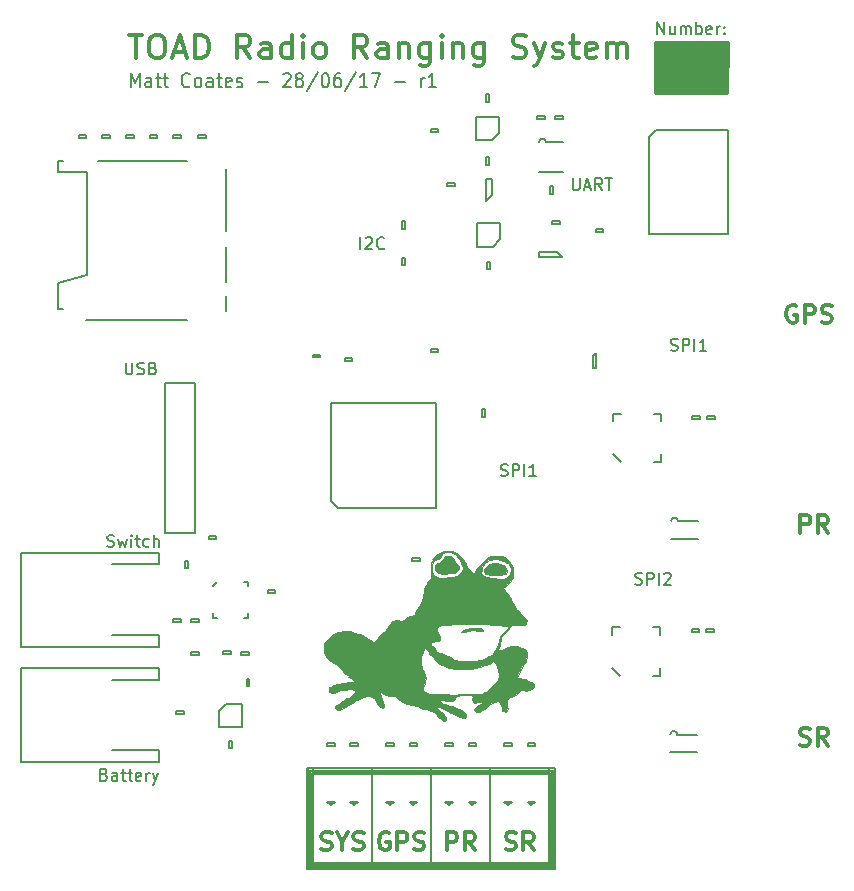
<source format=gto>
G04 #@! TF.GenerationSoftware,KiCad,Pcbnew,no-vcs-found-feba091~58~ubuntu16.04.1*
G04 #@! TF.CreationDate,2017-06-29T15:32:50+01:00*
G04 #@! TF.ProjectId,TOAD,544F41442E6B696361645F7063620000,rev?*
G04 #@! TF.FileFunction,Legend,Top*
G04 #@! TF.FilePolarity,Positive*
%FSLAX46Y46*%
G04 Gerber Fmt 4.6, Leading zero omitted, Abs format (unit mm)*
G04 Created by KiCad (PCBNEW no-vcs-found-feba091~58~ubuntu16.04.1) date Thu Jun 29 15:32:50 2017*
%MOMM*%
%LPD*%
G01*
G04 APERTURE LIST*
%ADD10C,0.100000*%
%ADD11C,0.200000*%
%ADD12C,0.300000*%
%ADD13C,0.360000*%
%ADD14C,0.010000*%
%ADD15C,0.150000*%
%ADD16C,0.254000*%
G04 APERTURE END LIST*
D10*
D11*
X110300000Y-84604761D02*
X110442857Y-84652380D01*
X110680952Y-84652380D01*
X110776190Y-84604761D01*
X110823809Y-84557142D01*
X110871428Y-84461904D01*
X110871428Y-84366666D01*
X110823809Y-84271428D01*
X110776190Y-84223809D01*
X110680952Y-84176190D01*
X110490476Y-84128571D01*
X110395238Y-84080952D01*
X110347619Y-84033333D01*
X110300000Y-83938095D01*
X110300000Y-83842857D01*
X110347619Y-83747619D01*
X110395238Y-83700000D01*
X110490476Y-83652380D01*
X110728571Y-83652380D01*
X110871428Y-83700000D01*
X111300000Y-84652380D02*
X111300000Y-83652380D01*
X111680952Y-83652380D01*
X111776190Y-83700000D01*
X111823809Y-83747619D01*
X111871428Y-83842857D01*
X111871428Y-83985714D01*
X111823809Y-84080952D01*
X111776190Y-84128571D01*
X111680952Y-84176190D01*
X111300000Y-84176190D01*
X112300000Y-84652380D02*
X112300000Y-83652380D01*
X113300000Y-84652380D02*
X112728571Y-84652380D01*
X113014285Y-84652380D02*
X113014285Y-83652380D01*
X112919047Y-83795238D01*
X112823809Y-83890476D01*
X112728571Y-83938095D01*
X102004761Y-70052380D02*
X102004761Y-70861904D01*
X102052380Y-70957142D01*
X102100000Y-71004761D01*
X102195238Y-71052380D01*
X102385714Y-71052380D01*
X102480952Y-71004761D01*
X102528571Y-70957142D01*
X102576190Y-70861904D01*
X102576190Y-70052380D01*
X103004761Y-70766666D02*
X103480952Y-70766666D01*
X102909523Y-71052380D02*
X103242857Y-70052380D01*
X103576190Y-71052380D01*
X104480952Y-71052380D02*
X104147619Y-70576190D01*
X103909523Y-71052380D02*
X103909523Y-70052380D01*
X104290476Y-70052380D01*
X104385714Y-70100000D01*
X104433333Y-70147619D01*
X104480952Y-70242857D01*
X104480952Y-70385714D01*
X104433333Y-70480952D01*
X104385714Y-70528571D01*
X104290476Y-70576190D01*
X103909523Y-70576190D01*
X104766666Y-70052380D02*
X105338095Y-70052380D01*
X105052380Y-71052380D02*
X105052380Y-70052380D01*
X84023809Y-76052380D02*
X84023809Y-75052380D01*
X84452380Y-75147619D02*
X84500000Y-75100000D01*
X84595238Y-75052380D01*
X84833333Y-75052380D01*
X84928571Y-75100000D01*
X84976190Y-75147619D01*
X85023809Y-75242857D01*
X85023809Y-75338095D01*
X84976190Y-75480952D01*
X84404761Y-76052380D01*
X85023809Y-76052380D01*
X86023809Y-75957142D02*
X85976190Y-76004761D01*
X85833333Y-76052380D01*
X85738095Y-76052380D01*
X85595238Y-76004761D01*
X85500000Y-75909523D01*
X85452380Y-75814285D01*
X85404761Y-75623809D01*
X85404761Y-75480952D01*
X85452380Y-75290476D01*
X85500000Y-75195238D01*
X85595238Y-75100000D01*
X85738095Y-75052380D01*
X85833333Y-75052380D01*
X85976190Y-75100000D01*
X86023809Y-75147619D01*
X95900000Y-95204761D02*
X96042857Y-95252380D01*
X96280952Y-95252380D01*
X96376190Y-95204761D01*
X96423809Y-95157142D01*
X96471428Y-95061904D01*
X96471428Y-94966666D01*
X96423809Y-94871428D01*
X96376190Y-94823809D01*
X96280952Y-94776190D01*
X96090476Y-94728571D01*
X95995238Y-94680952D01*
X95947619Y-94633333D01*
X95900000Y-94538095D01*
X95900000Y-94442857D01*
X95947619Y-94347619D01*
X95995238Y-94300000D01*
X96090476Y-94252380D01*
X96328571Y-94252380D01*
X96471428Y-94300000D01*
X96900000Y-95252380D02*
X96900000Y-94252380D01*
X97280952Y-94252380D01*
X97376190Y-94300000D01*
X97423809Y-94347619D01*
X97471428Y-94442857D01*
X97471428Y-94585714D01*
X97423809Y-94680952D01*
X97376190Y-94728571D01*
X97280952Y-94776190D01*
X96900000Y-94776190D01*
X97900000Y-95252380D02*
X97900000Y-94252380D01*
X98900000Y-95252380D02*
X98328571Y-95252380D01*
X98614285Y-95252380D02*
X98614285Y-94252380D01*
X98519047Y-94395238D01*
X98423809Y-94490476D01*
X98328571Y-94538095D01*
X107300000Y-104404761D02*
X107442857Y-104452380D01*
X107680952Y-104452380D01*
X107776190Y-104404761D01*
X107823809Y-104357142D01*
X107871428Y-104261904D01*
X107871428Y-104166666D01*
X107823809Y-104071428D01*
X107776190Y-104023809D01*
X107680952Y-103976190D01*
X107490476Y-103928571D01*
X107395238Y-103880952D01*
X107347619Y-103833333D01*
X107300000Y-103738095D01*
X107300000Y-103642857D01*
X107347619Y-103547619D01*
X107395238Y-103500000D01*
X107490476Y-103452380D01*
X107728571Y-103452380D01*
X107871428Y-103500000D01*
X108300000Y-104452380D02*
X108300000Y-103452380D01*
X108680952Y-103452380D01*
X108776190Y-103500000D01*
X108823809Y-103547619D01*
X108871428Y-103642857D01*
X108871428Y-103785714D01*
X108823809Y-103880952D01*
X108776190Y-103928571D01*
X108680952Y-103976190D01*
X108300000Y-103976190D01*
X109300000Y-104452380D02*
X109300000Y-103452380D01*
X109728571Y-103547619D02*
X109776190Y-103500000D01*
X109871428Y-103452380D01*
X110109523Y-103452380D01*
X110204761Y-103500000D01*
X110252380Y-103547619D01*
X110300000Y-103642857D01*
X110300000Y-103738095D01*
X110252380Y-103880952D01*
X109680952Y-104452380D01*
X110300000Y-104452380D01*
X64138095Y-85652380D02*
X64138095Y-86461904D01*
X64185714Y-86557142D01*
X64233333Y-86604761D01*
X64328571Y-86652380D01*
X64519047Y-86652380D01*
X64614285Y-86604761D01*
X64661904Y-86557142D01*
X64709523Y-86461904D01*
X64709523Y-85652380D01*
X65138095Y-86604761D02*
X65280952Y-86652380D01*
X65519047Y-86652380D01*
X65614285Y-86604761D01*
X65661904Y-86557142D01*
X65709523Y-86461904D01*
X65709523Y-86366666D01*
X65661904Y-86271428D01*
X65614285Y-86223809D01*
X65519047Y-86176190D01*
X65328571Y-86128571D01*
X65233333Y-86080952D01*
X65185714Y-86033333D01*
X65138095Y-85938095D01*
X65138095Y-85842857D01*
X65185714Y-85747619D01*
X65233333Y-85700000D01*
X65328571Y-85652380D01*
X65566666Y-85652380D01*
X65709523Y-85700000D01*
X66471428Y-86128571D02*
X66614285Y-86176190D01*
X66661904Y-86223809D01*
X66709523Y-86319047D01*
X66709523Y-86461904D01*
X66661904Y-86557142D01*
X66614285Y-86604761D01*
X66519047Y-86652380D01*
X66138095Y-86652380D01*
X66138095Y-85652380D01*
X66471428Y-85652380D01*
X66566666Y-85700000D01*
X66614285Y-85747619D01*
X66661904Y-85842857D01*
X66661904Y-85938095D01*
X66614285Y-86033333D01*
X66566666Y-86080952D01*
X66471428Y-86128571D01*
X66138095Y-86128571D01*
X64591904Y-62342857D02*
X64591904Y-61142857D01*
X64958571Y-62000000D01*
X65325238Y-61142857D01*
X65325238Y-62342857D01*
X66320476Y-62342857D02*
X66320476Y-61714285D01*
X66268095Y-61600000D01*
X66163333Y-61542857D01*
X65953809Y-61542857D01*
X65849047Y-61600000D01*
X66320476Y-62285714D02*
X66215714Y-62342857D01*
X65953809Y-62342857D01*
X65849047Y-62285714D01*
X65796666Y-62171428D01*
X65796666Y-62057142D01*
X65849047Y-61942857D01*
X65953809Y-61885714D01*
X66215714Y-61885714D01*
X66320476Y-61828571D01*
X66687142Y-61542857D02*
X67106190Y-61542857D01*
X66844285Y-61142857D02*
X66844285Y-62171428D01*
X66896666Y-62285714D01*
X67001428Y-62342857D01*
X67106190Y-62342857D01*
X67315714Y-61542857D02*
X67734761Y-61542857D01*
X67472857Y-61142857D02*
X67472857Y-62171428D01*
X67525238Y-62285714D01*
X67630000Y-62342857D01*
X67734761Y-62342857D01*
X69568095Y-62228571D02*
X69515714Y-62285714D01*
X69358571Y-62342857D01*
X69253809Y-62342857D01*
X69096666Y-62285714D01*
X68991904Y-62171428D01*
X68939523Y-62057142D01*
X68887142Y-61828571D01*
X68887142Y-61657142D01*
X68939523Y-61428571D01*
X68991904Y-61314285D01*
X69096666Y-61200000D01*
X69253809Y-61142857D01*
X69358571Y-61142857D01*
X69515714Y-61200000D01*
X69568095Y-61257142D01*
X70196666Y-62342857D02*
X70091904Y-62285714D01*
X70039523Y-62228571D01*
X69987142Y-62114285D01*
X69987142Y-61771428D01*
X70039523Y-61657142D01*
X70091904Y-61600000D01*
X70196666Y-61542857D01*
X70353809Y-61542857D01*
X70458571Y-61600000D01*
X70510952Y-61657142D01*
X70563333Y-61771428D01*
X70563333Y-62114285D01*
X70510952Y-62228571D01*
X70458571Y-62285714D01*
X70353809Y-62342857D01*
X70196666Y-62342857D01*
X71506190Y-62342857D02*
X71506190Y-61714285D01*
X71453809Y-61600000D01*
X71349047Y-61542857D01*
X71139523Y-61542857D01*
X71034761Y-61600000D01*
X71506190Y-62285714D02*
X71401428Y-62342857D01*
X71139523Y-62342857D01*
X71034761Y-62285714D01*
X70982380Y-62171428D01*
X70982380Y-62057142D01*
X71034761Y-61942857D01*
X71139523Y-61885714D01*
X71401428Y-61885714D01*
X71506190Y-61828571D01*
X71872857Y-61542857D02*
X72291904Y-61542857D01*
X72030000Y-61142857D02*
X72030000Y-62171428D01*
X72082380Y-62285714D01*
X72187142Y-62342857D01*
X72291904Y-62342857D01*
X73077619Y-62285714D02*
X72972857Y-62342857D01*
X72763333Y-62342857D01*
X72658571Y-62285714D01*
X72606190Y-62171428D01*
X72606190Y-61714285D01*
X72658571Y-61600000D01*
X72763333Y-61542857D01*
X72972857Y-61542857D01*
X73077619Y-61600000D01*
X73130000Y-61714285D01*
X73130000Y-61828571D01*
X72606190Y-61942857D01*
X73549047Y-62285714D02*
X73653809Y-62342857D01*
X73863333Y-62342857D01*
X73968095Y-62285714D01*
X74020476Y-62171428D01*
X74020476Y-62114285D01*
X73968095Y-62000000D01*
X73863333Y-61942857D01*
X73706190Y-61942857D01*
X73601428Y-61885714D01*
X73549047Y-61771428D01*
X73549047Y-61714285D01*
X73601428Y-61600000D01*
X73706190Y-61542857D01*
X73863333Y-61542857D01*
X73968095Y-61600000D01*
X75330000Y-61885714D02*
X76168095Y-61885714D01*
X77477619Y-61257142D02*
X77530000Y-61200000D01*
X77634761Y-61142857D01*
X77896666Y-61142857D01*
X78001428Y-61200000D01*
X78053809Y-61257142D01*
X78106190Y-61371428D01*
X78106190Y-61485714D01*
X78053809Y-61657142D01*
X77425238Y-62342857D01*
X78106190Y-62342857D01*
X78734761Y-61657142D02*
X78630000Y-61600000D01*
X78577619Y-61542857D01*
X78525238Y-61428571D01*
X78525238Y-61371428D01*
X78577619Y-61257142D01*
X78630000Y-61200000D01*
X78734761Y-61142857D01*
X78944285Y-61142857D01*
X79049047Y-61200000D01*
X79101428Y-61257142D01*
X79153809Y-61371428D01*
X79153809Y-61428571D01*
X79101428Y-61542857D01*
X79049047Y-61600000D01*
X78944285Y-61657142D01*
X78734761Y-61657142D01*
X78630000Y-61714285D01*
X78577619Y-61771428D01*
X78525238Y-61885714D01*
X78525238Y-62114285D01*
X78577619Y-62228571D01*
X78630000Y-62285714D01*
X78734761Y-62342857D01*
X78944285Y-62342857D01*
X79049047Y-62285714D01*
X79101428Y-62228571D01*
X79153809Y-62114285D01*
X79153809Y-61885714D01*
X79101428Y-61771428D01*
X79049047Y-61714285D01*
X78944285Y-61657142D01*
X80410952Y-61085714D02*
X79468095Y-62628571D01*
X80987142Y-61142857D02*
X81091904Y-61142857D01*
X81196666Y-61200000D01*
X81249047Y-61257142D01*
X81301428Y-61371428D01*
X81353809Y-61600000D01*
X81353809Y-61885714D01*
X81301428Y-62114285D01*
X81249047Y-62228571D01*
X81196666Y-62285714D01*
X81091904Y-62342857D01*
X80987142Y-62342857D01*
X80882380Y-62285714D01*
X80830000Y-62228571D01*
X80777619Y-62114285D01*
X80725238Y-61885714D01*
X80725238Y-61600000D01*
X80777619Y-61371428D01*
X80830000Y-61257142D01*
X80882380Y-61200000D01*
X80987142Y-61142857D01*
X82296666Y-61142857D02*
X82087142Y-61142857D01*
X81982380Y-61200000D01*
X81930000Y-61257142D01*
X81825238Y-61428571D01*
X81772857Y-61657142D01*
X81772857Y-62114285D01*
X81825238Y-62228571D01*
X81877619Y-62285714D01*
X81982380Y-62342857D01*
X82191904Y-62342857D01*
X82296666Y-62285714D01*
X82349047Y-62228571D01*
X82401428Y-62114285D01*
X82401428Y-61828571D01*
X82349047Y-61714285D01*
X82296666Y-61657142D01*
X82191904Y-61600000D01*
X81982380Y-61600000D01*
X81877619Y-61657142D01*
X81825238Y-61714285D01*
X81772857Y-61828571D01*
X83658571Y-61085714D02*
X82715714Y-62628571D01*
X84601428Y-62342857D02*
X83972857Y-62342857D01*
X84287142Y-62342857D02*
X84287142Y-61142857D01*
X84182380Y-61314285D01*
X84077619Y-61428571D01*
X83972857Y-61485714D01*
X84968095Y-61142857D02*
X85701428Y-61142857D01*
X85230000Y-62342857D01*
X86958571Y-61885714D02*
X87796666Y-61885714D01*
X89158571Y-62342857D02*
X89158571Y-61542857D01*
X89158571Y-61771428D02*
X89210952Y-61657142D01*
X89263333Y-61600000D01*
X89368095Y-61542857D01*
X89472857Y-61542857D01*
X90415714Y-62342857D02*
X89787142Y-62342857D01*
X90101428Y-62342857D02*
X90101428Y-61142857D01*
X89996666Y-61314285D01*
X89891904Y-61428571D01*
X89787142Y-61485714D01*
X109166666Y-57852380D02*
X109166666Y-56852380D01*
X109738095Y-57852380D01*
X109738095Y-56852380D01*
X110642857Y-57185714D02*
X110642857Y-57852380D01*
X110214285Y-57185714D02*
X110214285Y-57709523D01*
X110261904Y-57804761D01*
X110357142Y-57852380D01*
X110500000Y-57852380D01*
X110595238Y-57804761D01*
X110642857Y-57757142D01*
X111119047Y-57852380D02*
X111119047Y-57185714D01*
X111119047Y-57280952D02*
X111166666Y-57233333D01*
X111261904Y-57185714D01*
X111404761Y-57185714D01*
X111500000Y-57233333D01*
X111547619Y-57328571D01*
X111547619Y-57852380D01*
X111547619Y-57328571D02*
X111595238Y-57233333D01*
X111690476Y-57185714D01*
X111833333Y-57185714D01*
X111928571Y-57233333D01*
X111976190Y-57328571D01*
X111976190Y-57852380D01*
X112452380Y-57852380D02*
X112452380Y-56852380D01*
X112452380Y-57233333D02*
X112547619Y-57185714D01*
X112738095Y-57185714D01*
X112833333Y-57233333D01*
X112880952Y-57280952D01*
X112928571Y-57376190D01*
X112928571Y-57661904D01*
X112880952Y-57757142D01*
X112833333Y-57804761D01*
X112738095Y-57852380D01*
X112547619Y-57852380D01*
X112452380Y-57804761D01*
X113738095Y-57804761D02*
X113642857Y-57852380D01*
X113452380Y-57852380D01*
X113357142Y-57804761D01*
X113309523Y-57709523D01*
X113309523Y-57328571D01*
X113357142Y-57233333D01*
X113452380Y-57185714D01*
X113642857Y-57185714D01*
X113738095Y-57233333D01*
X113785714Y-57328571D01*
X113785714Y-57423809D01*
X113309523Y-57519047D01*
X114214285Y-57852380D02*
X114214285Y-57185714D01*
X114214285Y-57376190D02*
X114261904Y-57280952D01*
X114309523Y-57233333D01*
X114404761Y-57185714D01*
X114500000Y-57185714D01*
X114833333Y-57757142D02*
X114880952Y-57804761D01*
X114833333Y-57852380D01*
X114785714Y-57804761D01*
X114833333Y-57757142D01*
X114833333Y-57852380D01*
X114833333Y-57233333D02*
X114880952Y-57280952D01*
X114833333Y-57328571D01*
X114785714Y-57280952D01*
X114833333Y-57233333D01*
X114833333Y-57328571D01*
D12*
X121221428Y-118007142D02*
X121435714Y-118078571D01*
X121792857Y-118078571D01*
X121935714Y-118007142D01*
X122007142Y-117935714D01*
X122078571Y-117792857D01*
X122078571Y-117650000D01*
X122007142Y-117507142D01*
X121935714Y-117435714D01*
X121792857Y-117364285D01*
X121507142Y-117292857D01*
X121364285Y-117221428D01*
X121292857Y-117150000D01*
X121221428Y-117007142D01*
X121221428Y-116864285D01*
X121292857Y-116721428D01*
X121364285Y-116650000D01*
X121507142Y-116578571D01*
X121864285Y-116578571D01*
X122078571Y-116650000D01*
X123578571Y-118078571D02*
X123078571Y-117364285D01*
X122721428Y-118078571D02*
X122721428Y-116578571D01*
X123292857Y-116578571D01*
X123435714Y-116650000D01*
X123507142Y-116721428D01*
X123578571Y-116864285D01*
X123578571Y-117078571D01*
X123507142Y-117221428D01*
X123435714Y-117292857D01*
X123292857Y-117364285D01*
X122721428Y-117364285D01*
X121257142Y-100078571D02*
X121257142Y-98578571D01*
X121828571Y-98578571D01*
X121971428Y-98650000D01*
X122042857Y-98721428D01*
X122114285Y-98864285D01*
X122114285Y-99078571D01*
X122042857Y-99221428D01*
X121971428Y-99292857D01*
X121828571Y-99364285D01*
X121257142Y-99364285D01*
X123614285Y-100078571D02*
X123114285Y-99364285D01*
X122757142Y-100078571D02*
X122757142Y-98578571D01*
X123328571Y-98578571D01*
X123471428Y-98650000D01*
X123542857Y-98721428D01*
X123614285Y-98864285D01*
X123614285Y-99078571D01*
X123542857Y-99221428D01*
X123471428Y-99292857D01*
X123328571Y-99364285D01*
X122757142Y-99364285D01*
X120928571Y-80850000D02*
X120785714Y-80778571D01*
X120571428Y-80778571D01*
X120357142Y-80850000D01*
X120214285Y-80992857D01*
X120142857Y-81135714D01*
X120071428Y-81421428D01*
X120071428Y-81635714D01*
X120142857Y-81921428D01*
X120214285Y-82064285D01*
X120357142Y-82207142D01*
X120571428Y-82278571D01*
X120714285Y-82278571D01*
X120928571Y-82207142D01*
X121000000Y-82135714D01*
X121000000Y-81635714D01*
X120714285Y-81635714D01*
X121642857Y-82278571D02*
X121642857Y-80778571D01*
X122214285Y-80778571D01*
X122357142Y-80850000D01*
X122428571Y-80921428D01*
X122500000Y-81064285D01*
X122500000Y-81278571D01*
X122428571Y-81421428D01*
X122357142Y-81492857D01*
X122214285Y-81564285D01*
X121642857Y-81564285D01*
X123071428Y-82207142D02*
X123285714Y-82278571D01*
X123642857Y-82278571D01*
X123785714Y-82207142D01*
X123857142Y-82135714D01*
X123928571Y-81992857D01*
X123928571Y-81850000D01*
X123857142Y-81707142D01*
X123785714Y-81635714D01*
X123642857Y-81564285D01*
X123357142Y-81492857D01*
X123214285Y-81421428D01*
X123142857Y-81350000D01*
X123071428Y-81207142D01*
X123071428Y-81064285D01*
X123142857Y-80921428D01*
X123214285Y-80850000D01*
X123357142Y-80778571D01*
X123714285Y-80778571D01*
X123928571Y-80850000D01*
D11*
X62328571Y-120528571D02*
X62471428Y-120576190D01*
X62519047Y-120623809D01*
X62566666Y-120719047D01*
X62566666Y-120861904D01*
X62519047Y-120957142D01*
X62471428Y-121004761D01*
X62376190Y-121052380D01*
X61995238Y-121052380D01*
X61995238Y-120052380D01*
X62328571Y-120052380D01*
X62423809Y-120100000D01*
X62471428Y-120147619D01*
X62519047Y-120242857D01*
X62519047Y-120338095D01*
X62471428Y-120433333D01*
X62423809Y-120480952D01*
X62328571Y-120528571D01*
X61995238Y-120528571D01*
X63423809Y-121052380D02*
X63423809Y-120528571D01*
X63376190Y-120433333D01*
X63280952Y-120385714D01*
X63090476Y-120385714D01*
X62995238Y-120433333D01*
X63423809Y-121004761D02*
X63328571Y-121052380D01*
X63090476Y-121052380D01*
X62995238Y-121004761D01*
X62947619Y-120909523D01*
X62947619Y-120814285D01*
X62995238Y-120719047D01*
X63090476Y-120671428D01*
X63328571Y-120671428D01*
X63423809Y-120623809D01*
X63757142Y-120385714D02*
X64138095Y-120385714D01*
X63900000Y-120052380D02*
X63900000Y-120909523D01*
X63947619Y-121004761D01*
X64042857Y-121052380D01*
X64138095Y-121052380D01*
X64328571Y-120385714D02*
X64709523Y-120385714D01*
X64471428Y-120052380D02*
X64471428Y-120909523D01*
X64519047Y-121004761D01*
X64614285Y-121052380D01*
X64709523Y-121052380D01*
X65423809Y-121004761D02*
X65328571Y-121052380D01*
X65138095Y-121052380D01*
X65042857Y-121004761D01*
X64995238Y-120909523D01*
X64995238Y-120528571D01*
X65042857Y-120433333D01*
X65138095Y-120385714D01*
X65328571Y-120385714D01*
X65423809Y-120433333D01*
X65471428Y-120528571D01*
X65471428Y-120623809D01*
X64995238Y-120719047D01*
X65900000Y-121052380D02*
X65900000Y-120385714D01*
X65900000Y-120576190D02*
X65947619Y-120480952D01*
X65995238Y-120433333D01*
X66090476Y-120385714D01*
X66185714Y-120385714D01*
X66423809Y-120385714D02*
X66661904Y-121052380D01*
X66900000Y-120385714D02*
X66661904Y-121052380D01*
X66566666Y-121290476D01*
X66519047Y-121338095D01*
X66423809Y-121385714D01*
X62585714Y-101204761D02*
X62728571Y-101252380D01*
X62966666Y-101252380D01*
X63061904Y-101204761D01*
X63109523Y-101157142D01*
X63157142Y-101061904D01*
X63157142Y-100966666D01*
X63109523Y-100871428D01*
X63061904Y-100823809D01*
X62966666Y-100776190D01*
X62776190Y-100728571D01*
X62680952Y-100680952D01*
X62633333Y-100633333D01*
X62585714Y-100538095D01*
X62585714Y-100442857D01*
X62633333Y-100347619D01*
X62680952Y-100300000D01*
X62776190Y-100252380D01*
X63014285Y-100252380D01*
X63157142Y-100300000D01*
X63490476Y-100585714D02*
X63680952Y-101252380D01*
X63871428Y-100776190D01*
X64061904Y-101252380D01*
X64252380Y-100585714D01*
X64633333Y-101252380D02*
X64633333Y-100585714D01*
X64633333Y-100252380D02*
X64585714Y-100300000D01*
X64633333Y-100347619D01*
X64680952Y-100300000D01*
X64633333Y-100252380D01*
X64633333Y-100347619D01*
X64966666Y-100585714D02*
X65347619Y-100585714D01*
X65109523Y-100252380D02*
X65109523Y-101109523D01*
X65157142Y-101204761D01*
X65252380Y-101252380D01*
X65347619Y-101252380D01*
X66109523Y-101204761D02*
X66014285Y-101252380D01*
X65823809Y-101252380D01*
X65728571Y-101204761D01*
X65680952Y-101157142D01*
X65633333Y-101061904D01*
X65633333Y-100776190D01*
X65680952Y-100680952D01*
X65728571Y-100633333D01*
X65823809Y-100585714D01*
X66014285Y-100585714D01*
X66109523Y-100633333D01*
X66538095Y-101252380D02*
X66538095Y-100252380D01*
X66966666Y-101252380D02*
X66966666Y-100728571D01*
X66919047Y-100633333D01*
X66823809Y-100585714D01*
X66680952Y-100585714D01*
X66585714Y-100633333D01*
X66538095Y-100680952D01*
D13*
X64424476Y-57904761D02*
X65567333Y-57904761D01*
X64995904Y-59904761D02*
X64995904Y-57904761D01*
X66614952Y-57904761D02*
X66995904Y-57904761D01*
X67186380Y-58000000D01*
X67376857Y-58190476D01*
X67472095Y-58571428D01*
X67472095Y-59238095D01*
X67376857Y-59619047D01*
X67186380Y-59809523D01*
X66995904Y-59904761D01*
X66614952Y-59904761D01*
X66424476Y-59809523D01*
X66234000Y-59619047D01*
X66138761Y-59238095D01*
X66138761Y-58571428D01*
X66234000Y-58190476D01*
X66424476Y-58000000D01*
X66614952Y-57904761D01*
X68234000Y-59333333D02*
X69186380Y-59333333D01*
X68043523Y-59904761D02*
X68710190Y-57904761D01*
X69376857Y-59904761D01*
X70043523Y-59904761D02*
X70043523Y-57904761D01*
X70519714Y-57904761D01*
X70805428Y-58000000D01*
X70995904Y-58190476D01*
X71091142Y-58380952D01*
X71186380Y-58761904D01*
X71186380Y-59047619D01*
X71091142Y-59428571D01*
X70995904Y-59619047D01*
X70805428Y-59809523D01*
X70519714Y-59904761D01*
X70043523Y-59904761D01*
X74710190Y-59904761D02*
X74043523Y-58952380D01*
X73567333Y-59904761D02*
X73567333Y-57904761D01*
X74329238Y-57904761D01*
X74519714Y-58000000D01*
X74614952Y-58095238D01*
X74710190Y-58285714D01*
X74710190Y-58571428D01*
X74614952Y-58761904D01*
X74519714Y-58857142D01*
X74329238Y-58952380D01*
X73567333Y-58952380D01*
X76424476Y-59904761D02*
X76424476Y-58857142D01*
X76329238Y-58666666D01*
X76138761Y-58571428D01*
X75757809Y-58571428D01*
X75567333Y-58666666D01*
X76424476Y-59809523D02*
X76234000Y-59904761D01*
X75757809Y-59904761D01*
X75567333Y-59809523D01*
X75472095Y-59619047D01*
X75472095Y-59428571D01*
X75567333Y-59238095D01*
X75757809Y-59142857D01*
X76234000Y-59142857D01*
X76424476Y-59047619D01*
X78234000Y-59904761D02*
X78234000Y-57904761D01*
X78234000Y-59809523D02*
X78043523Y-59904761D01*
X77662571Y-59904761D01*
X77472095Y-59809523D01*
X77376857Y-59714285D01*
X77281619Y-59523809D01*
X77281619Y-58952380D01*
X77376857Y-58761904D01*
X77472095Y-58666666D01*
X77662571Y-58571428D01*
X78043523Y-58571428D01*
X78234000Y-58666666D01*
X79186380Y-59904761D02*
X79186380Y-58571428D01*
X79186380Y-57904761D02*
X79091142Y-58000000D01*
X79186380Y-58095238D01*
X79281619Y-58000000D01*
X79186380Y-57904761D01*
X79186380Y-58095238D01*
X80424476Y-59904761D02*
X80234000Y-59809523D01*
X80138761Y-59714285D01*
X80043523Y-59523809D01*
X80043523Y-58952380D01*
X80138761Y-58761904D01*
X80234000Y-58666666D01*
X80424476Y-58571428D01*
X80710190Y-58571428D01*
X80900666Y-58666666D01*
X80995904Y-58761904D01*
X81091142Y-58952380D01*
X81091142Y-59523809D01*
X80995904Y-59714285D01*
X80900666Y-59809523D01*
X80710190Y-59904761D01*
X80424476Y-59904761D01*
X84614952Y-59904761D02*
X83948285Y-58952380D01*
X83472095Y-59904761D02*
X83472095Y-57904761D01*
X84234000Y-57904761D01*
X84424476Y-58000000D01*
X84519714Y-58095238D01*
X84614952Y-58285714D01*
X84614952Y-58571428D01*
X84519714Y-58761904D01*
X84424476Y-58857142D01*
X84234000Y-58952380D01*
X83472095Y-58952380D01*
X86329238Y-59904761D02*
X86329238Y-58857142D01*
X86234000Y-58666666D01*
X86043523Y-58571428D01*
X85662571Y-58571428D01*
X85472095Y-58666666D01*
X86329238Y-59809523D02*
X86138761Y-59904761D01*
X85662571Y-59904761D01*
X85472095Y-59809523D01*
X85376857Y-59619047D01*
X85376857Y-59428571D01*
X85472095Y-59238095D01*
X85662571Y-59142857D01*
X86138761Y-59142857D01*
X86329238Y-59047619D01*
X87281619Y-58571428D02*
X87281619Y-59904761D01*
X87281619Y-58761904D02*
X87376857Y-58666666D01*
X87567333Y-58571428D01*
X87853047Y-58571428D01*
X88043523Y-58666666D01*
X88138761Y-58857142D01*
X88138761Y-59904761D01*
X89948285Y-58571428D02*
X89948285Y-60190476D01*
X89853047Y-60380952D01*
X89757809Y-60476190D01*
X89567333Y-60571428D01*
X89281619Y-60571428D01*
X89091142Y-60476190D01*
X89948285Y-59809523D02*
X89757809Y-59904761D01*
X89376857Y-59904761D01*
X89186380Y-59809523D01*
X89091142Y-59714285D01*
X88995904Y-59523809D01*
X88995904Y-58952380D01*
X89091142Y-58761904D01*
X89186380Y-58666666D01*
X89376857Y-58571428D01*
X89757809Y-58571428D01*
X89948285Y-58666666D01*
X90900666Y-59904761D02*
X90900666Y-58571428D01*
X90900666Y-57904761D02*
X90805428Y-58000000D01*
X90900666Y-58095238D01*
X90995904Y-58000000D01*
X90900666Y-57904761D01*
X90900666Y-58095238D01*
X91853047Y-58571428D02*
X91853047Y-59904761D01*
X91853047Y-58761904D02*
X91948285Y-58666666D01*
X92138761Y-58571428D01*
X92424476Y-58571428D01*
X92614952Y-58666666D01*
X92710190Y-58857142D01*
X92710190Y-59904761D01*
X94519714Y-58571428D02*
X94519714Y-60190476D01*
X94424476Y-60380952D01*
X94329238Y-60476190D01*
X94138761Y-60571428D01*
X93853047Y-60571428D01*
X93662571Y-60476190D01*
X94519714Y-59809523D02*
X94329238Y-59904761D01*
X93948285Y-59904761D01*
X93757809Y-59809523D01*
X93662571Y-59714285D01*
X93567333Y-59523809D01*
X93567333Y-58952380D01*
X93662571Y-58761904D01*
X93757809Y-58666666D01*
X93948285Y-58571428D01*
X94329238Y-58571428D01*
X94519714Y-58666666D01*
X96900666Y-59809523D02*
X97186380Y-59904761D01*
X97662571Y-59904761D01*
X97853047Y-59809523D01*
X97948285Y-59714285D01*
X98043523Y-59523809D01*
X98043523Y-59333333D01*
X97948285Y-59142857D01*
X97853047Y-59047619D01*
X97662571Y-58952380D01*
X97281619Y-58857142D01*
X97091142Y-58761904D01*
X96995904Y-58666666D01*
X96900666Y-58476190D01*
X96900666Y-58285714D01*
X96995904Y-58095238D01*
X97091142Y-58000000D01*
X97281619Y-57904761D01*
X97757809Y-57904761D01*
X98043523Y-58000000D01*
X98710190Y-58571428D02*
X99186380Y-59904761D01*
X99662571Y-58571428D02*
X99186380Y-59904761D01*
X98995904Y-60380952D01*
X98900666Y-60476190D01*
X98710190Y-60571428D01*
X100329238Y-59809523D02*
X100519714Y-59904761D01*
X100900666Y-59904761D01*
X101091142Y-59809523D01*
X101186380Y-59619047D01*
X101186380Y-59523809D01*
X101091142Y-59333333D01*
X100900666Y-59238095D01*
X100614952Y-59238095D01*
X100424476Y-59142857D01*
X100329238Y-58952380D01*
X100329238Y-58857142D01*
X100424476Y-58666666D01*
X100614952Y-58571428D01*
X100900666Y-58571428D01*
X101091142Y-58666666D01*
X101757809Y-58571428D02*
X102519714Y-58571428D01*
X102043523Y-57904761D02*
X102043523Y-59619047D01*
X102138761Y-59809523D01*
X102329238Y-59904761D01*
X102519714Y-59904761D01*
X103948285Y-59809523D02*
X103757809Y-59904761D01*
X103376857Y-59904761D01*
X103186380Y-59809523D01*
X103091142Y-59619047D01*
X103091142Y-58857142D01*
X103186380Y-58666666D01*
X103376857Y-58571428D01*
X103757809Y-58571428D01*
X103948285Y-58666666D01*
X104043523Y-58857142D01*
X104043523Y-59047619D01*
X103091142Y-59238095D01*
X104900666Y-59904761D02*
X104900666Y-58571428D01*
X104900666Y-58761904D02*
X104995904Y-58666666D01*
X105186380Y-58571428D01*
X105472095Y-58571428D01*
X105662571Y-58666666D01*
X105757809Y-58857142D01*
X105757809Y-59904761D01*
X105757809Y-58857142D02*
X105853047Y-58666666D01*
X106043523Y-58571428D01*
X106329238Y-58571428D01*
X106519714Y-58666666D01*
X106614952Y-58857142D01*
X106614952Y-59904761D01*
D11*
X70000000Y-100100000D02*
X70000000Y-100100000D01*
X70000000Y-87400000D02*
X70000000Y-100100000D01*
X79800000Y-128200000D02*
X79900000Y-128100000D01*
X79900000Y-120400000D02*
X79900000Y-128100000D01*
X100100000Y-120400000D02*
X79900000Y-120400000D01*
X100100000Y-128200000D02*
X100100000Y-120400000D01*
X79900000Y-128200000D02*
X100100000Y-128200000D01*
X79700000Y-128400000D02*
X79900000Y-128200000D01*
X79600000Y-128300000D02*
X79700000Y-128400000D01*
X79600000Y-120100000D02*
X79600000Y-128300000D01*
X79700000Y-120200000D02*
X79600000Y-120100000D01*
X100400000Y-120200000D02*
X79700000Y-120200000D01*
X100400000Y-128400000D02*
X100400000Y-120200000D01*
X79800000Y-128400000D02*
X100400000Y-128400000D01*
X79750000Y-128250000D02*
X79750000Y-128250000D01*
X79750000Y-120250000D02*
X79750000Y-128250000D01*
X100250000Y-120250000D02*
X79750000Y-120250000D01*
X100250000Y-128250000D02*
X100250000Y-120250000D01*
X79500000Y-128250000D02*
X100250000Y-128250000D01*
X79500000Y-128000000D02*
X79500000Y-128000000D01*
X100500000Y-128000000D02*
X79500000Y-128000000D01*
X79500000Y-120500000D02*
X79500000Y-120500000D01*
X100500000Y-120500000D02*
X79500000Y-120500000D01*
X100000000Y-128500000D02*
X100000000Y-128500000D01*
X100000000Y-120000000D02*
X100000000Y-128500000D01*
X95000000Y-128500000D02*
X95000000Y-128500000D01*
X95000000Y-120000000D02*
X95000000Y-128500000D01*
X90000000Y-128500000D02*
X90000000Y-128500000D01*
X90000000Y-120000000D02*
X90000000Y-128500000D01*
X80000000Y-128500000D02*
X80000000Y-128500000D01*
X80000000Y-120000000D02*
X80000000Y-128500000D01*
X85000000Y-128500000D02*
X85000000Y-128500000D01*
X85000000Y-120000000D02*
X85000000Y-128500000D01*
X79500000Y-128500000D02*
X79500000Y-128500000D01*
X100500000Y-128500000D02*
X79500000Y-128500000D01*
X100500000Y-120000000D02*
X100500000Y-128500000D01*
X79500000Y-120000000D02*
X100500000Y-120000000D01*
X79500000Y-128500000D02*
X79500000Y-120000000D01*
D12*
X96321428Y-126857142D02*
X96535714Y-126928571D01*
X96892857Y-126928571D01*
X97035714Y-126857142D01*
X97107142Y-126785714D01*
X97178571Y-126642857D01*
X97178571Y-126500000D01*
X97107142Y-126357142D01*
X97035714Y-126285714D01*
X96892857Y-126214285D01*
X96607142Y-126142857D01*
X96464285Y-126071428D01*
X96392857Y-126000000D01*
X96321428Y-125857142D01*
X96321428Y-125714285D01*
X96392857Y-125571428D01*
X96464285Y-125500000D01*
X96607142Y-125428571D01*
X96964285Y-125428571D01*
X97178571Y-125500000D01*
X98678571Y-126928571D02*
X98178571Y-126214285D01*
X97821428Y-126928571D02*
X97821428Y-125428571D01*
X98392857Y-125428571D01*
X98535714Y-125500000D01*
X98607142Y-125571428D01*
X98678571Y-125714285D01*
X98678571Y-125928571D01*
X98607142Y-126071428D01*
X98535714Y-126142857D01*
X98392857Y-126214285D01*
X97821428Y-126214285D01*
X91357142Y-126928571D02*
X91357142Y-125428571D01*
X91928571Y-125428571D01*
X92071428Y-125500000D01*
X92142857Y-125571428D01*
X92214285Y-125714285D01*
X92214285Y-125928571D01*
X92142857Y-126071428D01*
X92071428Y-126142857D01*
X91928571Y-126214285D01*
X91357142Y-126214285D01*
X93714285Y-126928571D02*
X93214285Y-126214285D01*
X92857142Y-126928571D02*
X92857142Y-125428571D01*
X93428571Y-125428571D01*
X93571428Y-125500000D01*
X93642857Y-125571428D01*
X93714285Y-125714285D01*
X93714285Y-125928571D01*
X93642857Y-126071428D01*
X93571428Y-126142857D01*
X93428571Y-126214285D01*
X92857142Y-126214285D01*
X86428571Y-125500000D02*
X86285714Y-125428571D01*
X86071428Y-125428571D01*
X85857142Y-125500000D01*
X85714285Y-125642857D01*
X85642857Y-125785714D01*
X85571428Y-126071428D01*
X85571428Y-126285714D01*
X85642857Y-126571428D01*
X85714285Y-126714285D01*
X85857142Y-126857142D01*
X86071428Y-126928571D01*
X86214285Y-126928571D01*
X86428571Y-126857142D01*
X86500000Y-126785714D01*
X86500000Y-126285714D01*
X86214285Y-126285714D01*
X87142857Y-126928571D02*
X87142857Y-125428571D01*
X87714285Y-125428571D01*
X87857142Y-125500000D01*
X87928571Y-125571428D01*
X88000000Y-125714285D01*
X88000000Y-125928571D01*
X87928571Y-126071428D01*
X87857142Y-126142857D01*
X87714285Y-126214285D01*
X87142857Y-126214285D01*
X88571428Y-126857142D02*
X88785714Y-126928571D01*
X89142857Y-126928571D01*
X89285714Y-126857142D01*
X89357142Y-126785714D01*
X89428571Y-126642857D01*
X89428571Y-126500000D01*
X89357142Y-126357142D01*
X89285714Y-126285714D01*
X89142857Y-126214285D01*
X88857142Y-126142857D01*
X88714285Y-126071428D01*
X88642857Y-126000000D01*
X88571428Y-125857142D01*
X88571428Y-125714285D01*
X88642857Y-125571428D01*
X88714285Y-125500000D01*
X88857142Y-125428571D01*
X89214285Y-125428571D01*
X89428571Y-125500000D01*
X80714285Y-126857142D02*
X80928571Y-126928571D01*
X81285714Y-126928571D01*
X81428571Y-126857142D01*
X81500000Y-126785714D01*
X81571428Y-126642857D01*
X81571428Y-126500000D01*
X81500000Y-126357142D01*
X81428571Y-126285714D01*
X81285714Y-126214285D01*
X81000000Y-126142857D01*
X80857142Y-126071428D01*
X80785714Y-126000000D01*
X80714285Y-125857142D01*
X80714285Y-125714285D01*
X80785714Y-125571428D01*
X80857142Y-125500000D01*
X81000000Y-125428571D01*
X81357142Y-125428571D01*
X81571428Y-125500000D01*
X82500000Y-126214285D02*
X82500000Y-126928571D01*
X82000000Y-125428571D02*
X82500000Y-126214285D01*
X83000000Y-125428571D01*
X83428571Y-126857142D02*
X83642857Y-126928571D01*
X84000000Y-126928571D01*
X84142857Y-126857142D01*
X84214285Y-126785714D01*
X84285714Y-126642857D01*
X84285714Y-126500000D01*
X84214285Y-126357142D01*
X84142857Y-126285714D01*
X84000000Y-126214285D01*
X83714285Y-126142857D01*
X83571428Y-126071428D01*
X83500000Y-126000000D01*
X83428571Y-125857142D01*
X83428571Y-125714285D01*
X83500000Y-125571428D01*
X83571428Y-125500000D01*
X83714285Y-125428571D01*
X84071428Y-125428571D01*
X84285714Y-125500000D01*
D14*
G36*
X91662319Y-102029254D02*
X91841826Y-102162190D01*
X91908184Y-102307618D01*
X92010427Y-102533997D01*
X92167170Y-102722464D01*
X92338403Y-102920250D01*
X92350460Y-103097297D01*
X92205251Y-103285062D01*
X92201562Y-103288413D01*
X92091037Y-103377702D01*
X91969993Y-103436610D01*
X91796876Y-103475093D01*
X91530137Y-103503107D01*
X91213321Y-103525189D01*
X90888677Y-103531249D01*
X90674324Y-103491855D01*
X90523562Y-103404337D01*
X90351583Y-103198280D01*
X90291908Y-102977389D01*
X90329048Y-102842851D01*
X90434824Y-102747168D01*
X90626972Y-102621529D01*
X90681334Y-102590643D01*
X90895245Y-102439705D01*
X91043567Y-102276254D01*
X91059000Y-102247620D01*
X91215370Y-102068045D01*
X91434988Y-101996565D01*
X91662319Y-102029254D01*
X91662319Y-102029254D01*
G37*
X91662319Y-102029254D02*
X91841826Y-102162190D01*
X91908184Y-102307618D01*
X92010427Y-102533997D01*
X92167170Y-102722464D01*
X92338403Y-102920250D01*
X92350460Y-103097297D01*
X92205251Y-103285062D01*
X92201562Y-103288413D01*
X92091037Y-103377702D01*
X91969993Y-103436610D01*
X91796876Y-103475093D01*
X91530137Y-103503107D01*
X91213321Y-103525189D01*
X90888677Y-103531249D01*
X90674324Y-103491855D01*
X90523562Y-103404337D01*
X90351583Y-103198280D01*
X90291908Y-102977389D01*
X90329048Y-102842851D01*
X90434824Y-102747168D01*
X90626972Y-102621529D01*
X90681334Y-102590643D01*
X90895245Y-102439705D01*
X91043567Y-102276254D01*
X91059000Y-102247620D01*
X91215370Y-102068045D01*
X91434988Y-101996565D01*
X91662319Y-102029254D01*
G36*
X95823745Y-102684584D02*
X96118312Y-102818206D01*
X96236475Y-102914470D01*
X96355682Y-103116654D01*
X96400764Y-103339841D01*
X96363169Y-103517563D01*
X96319918Y-103563152D01*
X96186999Y-103595530D01*
X95938680Y-103615188D01*
X95621188Y-103622767D01*
X95280754Y-103618907D01*
X94963606Y-103604249D01*
X94715975Y-103579434D01*
X94584089Y-103545102D01*
X94577005Y-103539000D01*
X94477587Y-103309022D01*
X94529402Y-103076266D01*
X94717226Y-102869024D01*
X95018934Y-102717827D01*
X95256553Y-102647554D01*
X95428975Y-102610241D01*
X95465000Y-102608281D01*
X95823745Y-102684584D01*
X95823745Y-102684584D01*
G37*
X95823745Y-102684584D02*
X96118312Y-102818206D01*
X96236475Y-102914470D01*
X96355682Y-103116654D01*
X96400764Y-103339841D01*
X96363169Y-103517563D01*
X96319918Y-103563152D01*
X96186999Y-103595530D01*
X95938680Y-103615188D01*
X95621188Y-103622767D01*
X95280754Y-103618907D01*
X94963606Y-103604249D01*
X94715975Y-103579434D01*
X94584089Y-103545102D01*
X94577005Y-103539000D01*
X94477587Y-103309022D01*
X94529402Y-103076266D01*
X94717226Y-102869024D01*
X95018934Y-102717827D01*
X95256553Y-102647554D01*
X95428975Y-102610241D01*
X95465000Y-102608281D01*
X95823745Y-102684584D01*
G36*
X94189064Y-108150991D02*
X94348481Y-108195597D01*
X94405560Y-108269867D01*
X94406667Y-108285556D01*
X94374701Y-108367704D01*
X94251301Y-108382727D01*
X94089167Y-108358519D01*
X93513590Y-108301481D01*
X93053538Y-108367016D01*
X92897018Y-108429817D01*
X92675667Y-108508444D01*
X92575200Y-108473986D01*
X92583085Y-108360440D01*
X92734654Y-108260771D01*
X93004310Y-108184570D01*
X93366459Y-108141426D01*
X93475334Y-108136730D01*
X93905338Y-108132539D01*
X94189064Y-108150991D01*
X94189064Y-108150991D01*
G37*
X94189064Y-108150991D02*
X94348481Y-108195597D01*
X94405560Y-108269867D01*
X94406667Y-108285556D01*
X94374701Y-108367704D01*
X94251301Y-108382727D01*
X94089167Y-108358519D01*
X93513590Y-108301481D01*
X93053538Y-108367016D01*
X92897018Y-108429817D01*
X92675667Y-108508444D01*
X92575200Y-108473986D01*
X92583085Y-108360440D01*
X92734654Y-108260771D01*
X93004310Y-108184570D01*
X93366459Y-108141426D01*
X93475334Y-108136730D01*
X93905338Y-108132539D01*
X94189064Y-108150991D01*
G36*
X91504950Y-101599319D02*
X91816155Y-101642014D01*
X91916655Y-101663706D01*
X92161154Y-101781793D01*
X92430455Y-101999486D01*
X92672151Y-102265683D01*
X92833837Y-102529282D01*
X92851241Y-102575019D01*
X92931635Y-102732326D01*
X93070766Y-102931436D01*
X93242298Y-103143468D01*
X93419891Y-103339540D01*
X93577208Y-103490768D01*
X93687908Y-103568271D01*
X93725655Y-103543166D01*
X93724084Y-103532165D01*
X93720701Y-103454014D01*
X94258467Y-103454014D01*
X94331444Y-103665192D01*
X94456999Y-103733865D01*
X94671624Y-103791829D01*
X94787667Y-103837908D01*
X94994953Y-103893363D01*
X95315103Y-103933974D01*
X95691945Y-103954899D01*
X96069305Y-103951294D01*
X96090287Y-103950216D01*
X96341283Y-103890722D01*
X96542148Y-103769482D01*
X96667971Y-103566231D01*
X96732241Y-103308954D01*
X96727108Y-103064407D01*
X96644727Y-102899348D01*
X96644461Y-102899127D01*
X96565548Y-102781368D01*
X96571596Y-102725074D01*
X96548698Y-102659139D01*
X96496364Y-102650000D01*
X96343194Y-102590065D01*
X96270107Y-102523932D01*
X96153431Y-102438563D01*
X96096257Y-102440647D01*
X95996311Y-102424284D01*
X95973854Y-102397381D01*
X95857511Y-102343045D01*
X95630582Y-102316692D01*
X95349470Y-102318226D01*
X95070577Y-102347554D01*
X94863794Y-102399247D01*
X94539652Y-102606943D01*
X94331452Y-102922943D01*
X94280960Y-103105386D01*
X94258467Y-103454014D01*
X93720701Y-103454014D01*
X93717410Y-103378005D01*
X93719307Y-103352755D01*
X93774208Y-103259214D01*
X93911504Y-103088684D01*
X94103494Y-102870462D01*
X94322478Y-102633846D01*
X94540754Y-102408132D01*
X94730623Y-102222617D01*
X94864383Y-102106598D01*
X94914340Y-102088867D01*
X94964996Y-102109366D01*
X95023104Y-102072739D01*
X95162351Y-102029012D01*
X95414299Y-102008112D01*
X95667242Y-102011779D01*
X95977265Y-102038059D01*
X96186497Y-102093939D01*
X96363471Y-102207301D01*
X96534542Y-102364612D01*
X96797976Y-102686844D01*
X96923000Y-103016802D01*
X96925194Y-103029038D01*
X96960764Y-103280584D01*
X96965270Y-103502856D01*
X96939162Y-103784167D01*
X96929428Y-103862167D01*
X96860115Y-103997487D01*
X96699028Y-104197153D01*
X96507945Y-104391868D01*
X96106112Y-104767736D01*
X96378223Y-105077653D01*
X96528081Y-105257031D01*
X96609866Y-105372385D01*
X96614743Y-105394618D01*
X96634916Y-105462657D01*
X96725435Y-105629024D01*
X96805243Y-105759818D01*
X96935231Y-105973101D01*
X97016977Y-106121400D01*
X97031334Y-106158224D01*
X97083947Y-106279120D01*
X97220149Y-106481331D01*
X97407485Y-106722852D01*
X97613499Y-106961681D01*
X97793622Y-107144759D01*
X98002026Y-107364992D01*
X98082572Y-107533715D01*
X98077506Y-107623764D01*
X98003438Y-107756399D01*
X97845886Y-107840574D01*
X97576498Y-107884953D01*
X97179500Y-107898177D01*
X96885763Y-107910846D01*
X96732707Y-107951585D01*
X96692667Y-108018702D01*
X96635004Y-108136928D01*
X96485270Y-108322911D01*
X96315921Y-108497132D01*
X96119002Y-108693238D01*
X95984820Y-108843051D01*
X95944948Y-108906930D01*
X95934402Y-109000000D01*
X95906083Y-109112019D01*
X95860715Y-109326067D01*
X95813577Y-109569050D01*
X95751941Y-109711895D01*
X95735562Y-109731327D01*
X95676472Y-109868196D01*
X95724251Y-109986867D01*
X95804590Y-110016000D01*
X95955019Y-109981720D01*
X96185263Y-109895245D01*
X96291423Y-109847973D01*
X96813381Y-109672740D01*
X97293974Y-109658210D01*
X97724255Y-109793998D01*
X97945690Y-109915653D01*
X98053968Y-110032080D01*
X98090855Y-110206407D01*
X98095946Y-110355774D01*
X98082861Y-110610997D01*
X98042532Y-110801324D01*
X98022079Y-110841500D01*
X97986320Y-110932597D01*
X98009392Y-110947334D01*
X98008311Y-111000230D01*
X97913709Y-111128486D01*
X97905375Y-111137834D01*
X97682766Y-111464654D01*
X97581667Y-111709334D01*
X97398971Y-112104539D01*
X97301675Y-112238500D01*
X97236980Y-112330212D01*
X97271880Y-112373385D01*
X97435510Y-112386078D01*
X97540711Y-112386667D01*
X97800313Y-112412499D01*
X98002057Y-112476996D01*
X98040667Y-112502619D01*
X98218533Y-112612957D01*
X98428334Y-112700174D01*
X98614191Y-112794264D01*
X98679162Y-112948645D01*
X98682334Y-113020651D01*
X98640250Y-113216219D01*
X98527555Y-113282241D01*
X98309750Y-113337622D01*
X98231222Y-113367667D01*
X98013557Y-113437752D01*
X97812326Y-113415232D01*
X97727306Y-113387775D01*
X97572566Y-113366622D01*
X97479698Y-113469929D01*
X97453658Y-113532320D01*
X97289212Y-113739810D01*
X96993611Y-113887497D01*
X96774049Y-113938073D01*
X96535318Y-114037100D01*
X96416939Y-114248889D01*
X96402565Y-114479833D01*
X96417719Y-114684900D01*
X96432886Y-114794144D01*
X96436072Y-114799667D01*
X96462689Y-114868993D01*
X96479444Y-114944135D01*
X96448297Y-115125989D01*
X96311987Y-115221848D01*
X96128370Y-115191522D01*
X96125600Y-115189929D01*
X96028036Y-115119154D01*
X96031361Y-115098575D01*
X96042764Y-115028589D01*
X96004108Y-114859310D01*
X95934300Y-114646100D01*
X95852243Y-114444317D01*
X95776841Y-114309325D01*
X95754346Y-114287348D01*
X95621696Y-114289850D01*
X95402787Y-114372631D01*
X95144895Y-114511846D01*
X94895294Y-114683647D01*
X94787667Y-114774972D01*
X94609698Y-114923576D01*
X94477195Y-115005433D01*
X94454457Y-115010942D01*
X94339195Y-115063404D01*
X94200457Y-115171587D01*
X94018400Y-115263664D01*
X93824873Y-115261860D01*
X93681757Y-115177357D01*
X93644667Y-115071154D01*
X93718228Y-114911776D01*
X93914991Y-114725284D01*
X94199072Y-114542582D01*
X94339570Y-114472684D01*
X94576796Y-114349761D01*
X94687810Y-114263171D01*
X94666881Y-114227732D01*
X94508272Y-114258261D01*
X94410089Y-114290460D01*
X94202637Y-114353559D01*
X94081155Y-114370989D01*
X94068000Y-114362211D01*
X94014723Y-114359571D01*
X93962167Y-114392328D01*
X93755999Y-114463001D01*
X93574295Y-114374853D01*
X93530454Y-114317790D01*
X93501187Y-114207000D01*
X94830000Y-114207000D01*
X94872334Y-114249334D01*
X94914667Y-114207000D01*
X94872334Y-114164667D01*
X94830000Y-114207000D01*
X93501187Y-114207000D01*
X93491563Y-114170571D01*
X93588766Y-114010336D01*
X93591463Y-114007345D01*
X93655146Y-113930142D01*
X93659763Y-113881328D01*
X93579694Y-113854398D01*
X93389320Y-113842844D01*
X93063022Y-113840160D01*
X92932976Y-113840111D01*
X92557384Y-113842076D01*
X92315145Y-113853866D01*
X92170280Y-113884326D01*
X92086811Y-113942299D01*
X92028760Y-114036630D01*
X92014503Y-114065889D01*
X91918370Y-114210808D01*
X91775066Y-114279212D01*
X91526432Y-114300253D01*
X91246082Y-114290061D01*
X91008208Y-114254154D01*
X90956500Y-114238848D01*
X90808010Y-114211278D01*
X90766000Y-114288766D01*
X90844401Y-114448657D01*
X91064332Y-114551150D01*
X91140355Y-114566069D01*
X91338796Y-114635394D01*
X91415522Y-114684719D01*
X91510113Y-114740679D01*
X91528000Y-114729123D01*
X91598450Y-114725287D01*
X91778529Y-114770906D01*
X92021332Y-114850856D01*
X92279954Y-114950012D01*
X92459334Y-115029440D01*
X92779622Y-115225134D01*
X92941580Y-115433042D01*
X92967334Y-115568581D01*
X92908741Y-115739006D01*
X92819167Y-115790079D01*
X92694120Y-115763741D01*
X92449864Y-115671641D01*
X92117108Y-115526743D01*
X91726563Y-115342013D01*
X91549167Y-115253893D01*
X91055190Y-115012543D01*
X90702868Y-114857681D01*
X90493274Y-114789737D01*
X90427334Y-114806405D01*
X90492882Y-114918761D01*
X90659484Y-115071444D01*
X90771540Y-115152049D01*
X91026452Y-115355867D01*
X91209399Y-115569524D01*
X91299604Y-115760095D01*
X91276290Y-115894650D01*
X91252523Y-115914314D01*
X91122319Y-115973657D01*
X90994663Y-115962812D01*
X90836744Y-115865382D01*
X90615750Y-115664973D01*
X90477093Y-115526838D01*
X90215828Y-115274969D01*
X90020017Y-115125175D01*
X89845602Y-115050376D01*
X89659119Y-115024090D01*
X89357123Y-114970251D01*
X89072859Y-114865553D01*
X89047554Y-114852040D01*
X88776114Y-114738350D01*
X88467720Y-114659609D01*
X88428498Y-114653702D01*
X87941353Y-114530085D01*
X87479679Y-114309365D01*
X87196746Y-114100328D01*
X87035780Y-113966360D01*
X86930380Y-113903168D01*
X86921580Y-113902408D01*
X86850167Y-113903613D01*
X86760994Y-113891357D01*
X86564381Y-113869401D01*
X86490492Y-113861669D01*
X86206699Y-113795787D01*
X85955411Y-113680123D01*
X85928562Y-113661598D01*
X85740888Y-113550169D01*
X85656368Y-113571328D01*
X85673746Y-113726657D01*
X85739060Y-113900254D01*
X85851169Y-114162799D01*
X85951330Y-114397456D01*
X85960380Y-114418667D01*
X86050258Y-114657610D01*
X86056424Y-114789193D01*
X85975909Y-114854899D01*
X85928104Y-114869643D01*
X85758194Y-114840583D01*
X85577688Y-114715285D01*
X85452889Y-114548381D01*
X85432000Y-114460876D01*
X85368167Y-114329033D01*
X85211294Y-114156390D01*
X85013324Y-113989634D01*
X84826198Y-113875453D01*
X84755800Y-113853078D01*
X84575802Y-113876518D01*
X84342646Y-113966906D01*
X84290281Y-113994614D01*
X84105669Y-114087179D01*
X84001334Y-114117916D01*
X83992667Y-114110520D01*
X83940891Y-114110551D01*
X83879043Y-114153565D01*
X83762069Y-114213777D01*
X83723302Y-114205747D01*
X83643663Y-114229042D01*
X83527470Y-114333481D01*
X83388662Y-114459862D01*
X83300529Y-114503334D01*
X83192180Y-114545900D01*
X82997180Y-114654449D01*
X82869151Y-114733997D01*
X82543992Y-114938763D01*
X82325307Y-115060452D01*
X82180336Y-115112356D01*
X82076317Y-115107769D01*
X82014851Y-115080624D01*
X81897915Y-114940233D01*
X81890811Y-114763122D01*
X81992018Y-114626014D01*
X82024167Y-114610509D01*
X82180212Y-114530721D01*
X82406830Y-114393271D01*
X82523279Y-114316833D01*
X82740745Y-114179729D01*
X82903887Y-114094226D01*
X82951170Y-114080000D01*
X83062317Y-114019913D01*
X83226403Y-113872981D01*
X83396617Y-113689194D01*
X83526153Y-113518544D01*
X83569334Y-113419803D01*
X83494025Y-113358184D01*
X83296076Y-113331854D01*
X83017447Y-113336358D01*
X82700099Y-113367243D01*
X82385996Y-113420053D01*
X82117098Y-113490336D01*
X81935368Y-113573636D01*
X81908325Y-113596120D01*
X81758097Y-113652696D01*
X81559663Y-113640499D01*
X81409932Y-113568104D01*
X81396544Y-113550834D01*
X81317909Y-113329277D01*
X81390959Y-113168500D01*
X81397201Y-113163400D01*
X81543133Y-113087430D01*
X81786488Y-112993778D01*
X82060464Y-112906028D01*
X82283217Y-112850579D01*
X82417446Y-112818204D01*
X82447500Y-112805895D01*
X82539702Y-112772272D01*
X82736092Y-112750409D01*
X83067336Y-112737108D01*
X83118425Y-112735917D01*
X83598851Y-112725334D01*
X83400000Y-112513667D01*
X83232340Y-112369067D01*
X83092402Y-112302495D01*
X83083911Y-112302000D01*
X83008220Y-112256860D01*
X83019000Y-112217334D01*
X83003617Y-112141846D01*
X82958226Y-112132667D01*
X82853440Y-112075690D01*
X82663323Y-111922391D01*
X82419171Y-111699219D01*
X82257000Y-111540000D01*
X81997889Y-111287661D01*
X81777098Y-111088777D01*
X81624744Y-110969631D01*
X81577954Y-110947334D01*
X81509999Y-110910521D01*
X89117767Y-110910521D01*
X89154070Y-111263676D01*
X89211139Y-111421343D01*
X89274052Y-111568882D01*
X89273167Y-111624667D01*
X89289176Y-111681943D01*
X89385426Y-111822289D01*
X89404503Y-111846880D01*
X89528565Y-112077018D01*
X89535947Y-112347096D01*
X89531740Y-112376046D01*
X89494489Y-112621059D01*
X89467008Y-112809584D01*
X89465215Y-112822626D01*
X89396049Y-113006557D01*
X89339262Y-113091158D01*
X89275910Y-113238676D01*
X89330149Y-113376780D01*
X89455390Y-113519817D01*
X89641625Y-113620194D01*
X89917066Y-113685107D01*
X90309924Y-113721754D01*
X90737126Y-113735720D01*
X91111960Y-113745079D01*
X91418993Y-113758265D01*
X91621985Y-113773372D01*
X91685135Y-113785580D01*
X91781659Y-113794859D01*
X91987371Y-113779397D01*
X92110486Y-113763693D01*
X92450569Y-113730116D01*
X92822362Y-113714676D01*
X92925000Y-113714898D01*
X93274238Y-113724834D01*
X93663823Y-113741476D01*
X93815071Y-113749640D01*
X94117487Y-113752696D01*
X94341435Y-113701734D01*
X94575213Y-113572107D01*
X94661738Y-113513310D01*
X95024562Y-113225316D01*
X95353581Y-112899690D01*
X95597919Y-112588282D01*
X95642606Y-112513667D01*
X95712823Y-112290443D01*
X95724316Y-112016571D01*
X95687678Y-111722156D01*
X95613502Y-111437305D01*
X95512382Y-111192123D01*
X95394911Y-111016716D01*
X95271681Y-110941191D01*
X95153286Y-110995654D01*
X95123106Y-111037223D01*
X95037308Y-111116689D01*
X94862909Y-111201054D01*
X94575939Y-111299482D01*
X94152429Y-111421137D01*
X94038211Y-111452021D01*
X93734509Y-111513353D01*
X93352265Y-111561781D01*
X92933391Y-111595465D01*
X92519803Y-111612568D01*
X92153416Y-111611253D01*
X91876144Y-111589681D01*
X91739667Y-111552794D01*
X91582795Y-111494444D01*
X91521995Y-111481795D01*
X91355487Y-111429245D01*
X91141538Y-111331983D01*
X91140995Y-111331700D01*
X90940487Y-111241534D01*
X90797829Y-111201931D01*
X90794708Y-111201855D01*
X90701877Y-111148711D01*
X90537832Y-111012095D01*
X90336506Y-110825501D01*
X90131833Y-110622421D01*
X89957745Y-110436349D01*
X89848177Y-110300777D01*
X89830795Y-110250445D01*
X89812196Y-110181291D01*
X89718627Y-110053435D01*
X89598699Y-109923938D01*
X89501022Y-109849864D01*
X89486831Y-109846667D01*
X89418657Y-109915505D01*
X89315463Y-110087939D01*
X89276909Y-110164167D01*
X89159938Y-110520616D01*
X89117767Y-110910521D01*
X81509999Y-110910521D01*
X81472140Y-110890012D01*
X81301564Y-110743504D01*
X81188697Y-110629834D01*
X80998575Y-110398069D01*
X80912743Y-110192584D01*
X80897644Y-109973667D01*
X80918304Y-109730017D01*
X80960312Y-109552775D01*
X80972127Y-109529167D01*
X80997446Y-109436341D01*
X80974814Y-109423334D01*
X80977684Y-109390778D01*
X89999263Y-109390778D01*
X90035595Y-109557692D01*
X90209318Y-109767753D01*
X90370861Y-109945907D01*
X90455775Y-110080335D01*
X90458596Y-110118580D01*
X90488463Y-110181420D01*
X90549337Y-110195917D01*
X90687151Y-110211032D01*
X90809472Y-110243291D01*
X90975553Y-110312829D01*
X91189334Y-110413404D01*
X91445376Y-110530616D01*
X91658249Y-110619850D01*
X91723867Y-110643569D01*
X91828298Y-110717330D01*
X91827927Y-110772186D01*
X91853825Y-110828633D01*
X92017016Y-110868773D01*
X92325550Y-110893279D01*
X92787480Y-110902822D01*
X93348334Y-110899062D01*
X93782456Y-110887860D01*
X94092623Y-110864622D01*
X94324152Y-110821729D01*
X94522364Y-110751561D01*
X94678285Y-110675475D01*
X94935751Y-110532109D01*
X95147966Y-110400078D01*
X95221211Y-110346812D01*
X95365721Y-110165644D01*
X95516264Y-109881408D01*
X95643633Y-109556660D01*
X95711707Y-109296334D01*
X95872995Y-108836380D01*
X96163479Y-108463570D01*
X96331091Y-108333295D01*
X96515957Y-108170628D01*
X96537991Y-108041331D01*
X96399869Y-107958059D01*
X96247091Y-107935814D01*
X96081454Y-107923151D01*
X95796122Y-107899404D01*
X95440050Y-107868689D01*
X95253334Y-107852231D01*
X94612539Y-107807723D01*
X93932010Y-107782150D01*
X93241056Y-107774656D01*
X92568984Y-107784384D01*
X91945106Y-107810476D01*
X91398729Y-107852076D01*
X90959162Y-107908328D01*
X90655714Y-107978373D01*
X90630539Y-107987399D01*
X90494086Y-108115599D01*
X90469084Y-108320833D01*
X90555514Y-108552662D01*
X90630781Y-108652251D01*
X90743902Y-108877823D01*
X90732089Y-109038922D01*
X90661626Y-109190608D01*
X90516362Y-109248402D01*
X90393754Y-109254000D01*
X90118973Y-109288645D01*
X89999263Y-109390778D01*
X80977684Y-109390778D01*
X80979130Y-109374391D01*
X81080491Y-109248830D01*
X81245955Y-109078549D01*
X81442576Y-108895448D01*
X81637409Y-108731427D01*
X81797510Y-108618383D01*
X81817776Y-108607120D01*
X82086035Y-108504434D01*
X82325776Y-108453922D01*
X82604492Y-108412588D01*
X82829146Y-108364817D01*
X83142178Y-108366677D01*
X83347623Y-108439226D01*
X83582052Y-108537282D01*
X83775865Y-108597046D01*
X83791478Y-108599916D01*
X84008203Y-108668430D01*
X84294309Y-108799786D01*
X84585406Y-108959878D01*
X84817104Y-109114600D01*
X84895627Y-109184760D01*
X85048666Y-109302566D01*
X85188721Y-109336579D01*
X85261040Y-109276032D01*
X85262667Y-109256946D01*
X85321875Y-109128337D01*
X85471769Y-108938064D01*
X85670753Y-108730178D01*
X85877228Y-108548728D01*
X86025309Y-108449335D01*
X86223547Y-108284363D01*
X86361680Y-108072660D01*
X86454854Y-107896439D01*
X86537571Y-107815275D01*
X86542939Y-107814667D01*
X86598774Y-107751340D01*
X86596167Y-107715755D01*
X86644314Y-107594471D01*
X86808608Y-107501740D01*
X87036080Y-107457559D01*
X87239136Y-107473024D01*
X87482186Y-107496917D01*
X87677500Y-107468674D01*
X87781757Y-107415611D01*
X87775453Y-107397284D01*
X87770346Y-107344221D01*
X87838963Y-107258276D01*
X88023848Y-107165354D01*
X88200951Y-107152442D01*
X88387054Y-107134946D01*
X88538429Y-107005529D01*
X88603108Y-106913840D01*
X88759973Y-106664924D01*
X88913839Y-106407670D01*
X89037960Y-106188294D01*
X89105591Y-106053012D01*
X89110734Y-106036667D01*
X89156631Y-105937493D01*
X89198582Y-105867334D01*
X89256446Y-105760807D01*
X89298150Y-105626954D01*
X89336838Y-105413524D01*
X89369000Y-105190000D01*
X89414532Y-104882848D01*
X89454845Y-104694334D01*
X89504200Y-104574886D01*
X89573578Y-104478875D01*
X89641739Y-104371597D01*
X89632631Y-104343334D01*
X89651427Y-104289885D01*
X89761232Y-104155091D01*
X89829016Y-104081919D01*
X89988269Y-103886543D01*
X90031200Y-103734018D01*
X90007579Y-103633079D01*
X89962484Y-103403887D01*
X89954863Y-103108318D01*
X90043667Y-103108318D01*
X90101144Y-103402308D01*
X90202993Y-103581334D01*
X90349162Y-103727112D01*
X90530609Y-103819609D01*
X90777308Y-103862864D01*
X91119236Y-103860915D01*
X91586367Y-103817802D01*
X91782000Y-103794112D01*
X91981818Y-103770209D01*
X92086943Y-103759065D01*
X92202193Y-103699382D01*
X92377107Y-103560388D01*
X92438268Y-103504062D01*
X92608642Y-103310045D01*
X92670388Y-103122235D01*
X92665655Y-102932562D01*
X92563404Y-102594557D01*
X92412272Y-102414440D01*
X92254061Y-102242269D01*
X92170820Y-102085210D01*
X92169116Y-102075773D01*
X92067861Y-101900965D01*
X91853327Y-101777035D01*
X91576111Y-101712228D01*
X91286814Y-101714790D01*
X91036033Y-101792968D01*
X90930308Y-101873889D01*
X90824957Y-102002000D01*
X90807259Y-102057282D01*
X90808373Y-102057334D01*
X90802207Y-102107501D01*
X90748172Y-102176229D01*
X90637526Y-102274890D01*
X90596667Y-102293202D01*
X90367204Y-102357050D01*
X90189809Y-102542786D01*
X90077593Y-102807510D01*
X90043667Y-103108318D01*
X89954863Y-103108318D01*
X89954717Y-103102672D01*
X89980034Y-102794706D01*
X90034187Y-102545260D01*
X90085005Y-102442745D01*
X90145737Y-102338045D01*
X90128245Y-102311334D01*
X90105572Y-102270768D01*
X90190484Y-102167668D01*
X90347397Y-102029930D01*
X90540733Y-101885447D01*
X90734908Y-101762117D01*
X90894341Y-101687833D01*
X90935334Y-101678586D01*
X91040023Y-101638896D01*
X91062334Y-101627212D01*
X91232865Y-101593496D01*
X91504950Y-101599319D01*
X91504950Y-101599319D01*
G37*
X91504950Y-101599319D02*
X91816155Y-101642014D01*
X91916655Y-101663706D01*
X92161154Y-101781793D01*
X92430455Y-101999486D01*
X92672151Y-102265683D01*
X92833837Y-102529282D01*
X92851241Y-102575019D01*
X92931635Y-102732326D01*
X93070766Y-102931436D01*
X93242298Y-103143468D01*
X93419891Y-103339540D01*
X93577208Y-103490768D01*
X93687908Y-103568271D01*
X93725655Y-103543166D01*
X93724084Y-103532165D01*
X93720701Y-103454014D01*
X94258467Y-103454014D01*
X94331444Y-103665192D01*
X94456999Y-103733865D01*
X94671624Y-103791829D01*
X94787667Y-103837908D01*
X94994953Y-103893363D01*
X95315103Y-103933974D01*
X95691945Y-103954899D01*
X96069305Y-103951294D01*
X96090287Y-103950216D01*
X96341283Y-103890722D01*
X96542148Y-103769482D01*
X96667971Y-103566231D01*
X96732241Y-103308954D01*
X96727108Y-103064407D01*
X96644727Y-102899348D01*
X96644461Y-102899127D01*
X96565548Y-102781368D01*
X96571596Y-102725074D01*
X96548698Y-102659139D01*
X96496364Y-102650000D01*
X96343194Y-102590065D01*
X96270107Y-102523932D01*
X96153431Y-102438563D01*
X96096257Y-102440647D01*
X95996311Y-102424284D01*
X95973854Y-102397381D01*
X95857511Y-102343045D01*
X95630582Y-102316692D01*
X95349470Y-102318226D01*
X95070577Y-102347554D01*
X94863794Y-102399247D01*
X94539652Y-102606943D01*
X94331452Y-102922943D01*
X94280960Y-103105386D01*
X94258467Y-103454014D01*
X93720701Y-103454014D01*
X93717410Y-103378005D01*
X93719307Y-103352755D01*
X93774208Y-103259214D01*
X93911504Y-103088684D01*
X94103494Y-102870462D01*
X94322478Y-102633846D01*
X94540754Y-102408132D01*
X94730623Y-102222617D01*
X94864383Y-102106598D01*
X94914340Y-102088867D01*
X94964996Y-102109366D01*
X95023104Y-102072739D01*
X95162351Y-102029012D01*
X95414299Y-102008112D01*
X95667242Y-102011779D01*
X95977265Y-102038059D01*
X96186497Y-102093939D01*
X96363471Y-102207301D01*
X96534542Y-102364612D01*
X96797976Y-102686844D01*
X96923000Y-103016802D01*
X96925194Y-103029038D01*
X96960764Y-103280584D01*
X96965270Y-103502856D01*
X96939162Y-103784167D01*
X96929428Y-103862167D01*
X96860115Y-103997487D01*
X96699028Y-104197153D01*
X96507945Y-104391868D01*
X96106112Y-104767736D01*
X96378223Y-105077653D01*
X96528081Y-105257031D01*
X96609866Y-105372385D01*
X96614743Y-105394618D01*
X96634916Y-105462657D01*
X96725435Y-105629024D01*
X96805243Y-105759818D01*
X96935231Y-105973101D01*
X97016977Y-106121400D01*
X97031334Y-106158224D01*
X97083947Y-106279120D01*
X97220149Y-106481331D01*
X97407485Y-106722852D01*
X97613499Y-106961681D01*
X97793622Y-107144759D01*
X98002026Y-107364992D01*
X98082572Y-107533715D01*
X98077506Y-107623764D01*
X98003438Y-107756399D01*
X97845886Y-107840574D01*
X97576498Y-107884953D01*
X97179500Y-107898177D01*
X96885763Y-107910846D01*
X96732707Y-107951585D01*
X96692667Y-108018702D01*
X96635004Y-108136928D01*
X96485270Y-108322911D01*
X96315921Y-108497132D01*
X96119002Y-108693238D01*
X95984820Y-108843051D01*
X95944948Y-108906930D01*
X95934402Y-109000000D01*
X95906083Y-109112019D01*
X95860715Y-109326067D01*
X95813577Y-109569050D01*
X95751941Y-109711895D01*
X95735562Y-109731327D01*
X95676472Y-109868196D01*
X95724251Y-109986867D01*
X95804590Y-110016000D01*
X95955019Y-109981720D01*
X96185263Y-109895245D01*
X96291423Y-109847973D01*
X96813381Y-109672740D01*
X97293974Y-109658210D01*
X97724255Y-109793998D01*
X97945690Y-109915653D01*
X98053968Y-110032080D01*
X98090855Y-110206407D01*
X98095946Y-110355774D01*
X98082861Y-110610997D01*
X98042532Y-110801324D01*
X98022079Y-110841500D01*
X97986320Y-110932597D01*
X98009392Y-110947334D01*
X98008311Y-111000230D01*
X97913709Y-111128486D01*
X97905375Y-111137834D01*
X97682766Y-111464654D01*
X97581667Y-111709334D01*
X97398971Y-112104539D01*
X97301675Y-112238500D01*
X97236980Y-112330212D01*
X97271880Y-112373385D01*
X97435510Y-112386078D01*
X97540711Y-112386667D01*
X97800313Y-112412499D01*
X98002057Y-112476996D01*
X98040667Y-112502619D01*
X98218533Y-112612957D01*
X98428334Y-112700174D01*
X98614191Y-112794264D01*
X98679162Y-112948645D01*
X98682334Y-113020651D01*
X98640250Y-113216219D01*
X98527555Y-113282241D01*
X98309750Y-113337622D01*
X98231222Y-113367667D01*
X98013557Y-113437752D01*
X97812326Y-113415232D01*
X97727306Y-113387775D01*
X97572566Y-113366622D01*
X97479698Y-113469929D01*
X97453658Y-113532320D01*
X97289212Y-113739810D01*
X96993611Y-113887497D01*
X96774049Y-113938073D01*
X96535318Y-114037100D01*
X96416939Y-114248889D01*
X96402565Y-114479833D01*
X96417719Y-114684900D01*
X96432886Y-114794144D01*
X96436072Y-114799667D01*
X96462689Y-114868993D01*
X96479444Y-114944135D01*
X96448297Y-115125989D01*
X96311987Y-115221848D01*
X96128370Y-115191522D01*
X96125600Y-115189929D01*
X96028036Y-115119154D01*
X96031361Y-115098575D01*
X96042764Y-115028589D01*
X96004108Y-114859310D01*
X95934300Y-114646100D01*
X95852243Y-114444317D01*
X95776841Y-114309325D01*
X95754346Y-114287348D01*
X95621696Y-114289850D01*
X95402787Y-114372631D01*
X95144895Y-114511846D01*
X94895294Y-114683647D01*
X94787667Y-114774972D01*
X94609698Y-114923576D01*
X94477195Y-115005433D01*
X94454457Y-115010942D01*
X94339195Y-115063404D01*
X94200457Y-115171587D01*
X94018400Y-115263664D01*
X93824873Y-115261860D01*
X93681757Y-115177357D01*
X93644667Y-115071154D01*
X93718228Y-114911776D01*
X93914991Y-114725284D01*
X94199072Y-114542582D01*
X94339570Y-114472684D01*
X94576796Y-114349761D01*
X94687810Y-114263171D01*
X94666881Y-114227732D01*
X94508272Y-114258261D01*
X94410089Y-114290460D01*
X94202637Y-114353559D01*
X94081155Y-114370989D01*
X94068000Y-114362211D01*
X94014723Y-114359571D01*
X93962167Y-114392328D01*
X93755999Y-114463001D01*
X93574295Y-114374853D01*
X93530454Y-114317790D01*
X93501187Y-114207000D01*
X94830000Y-114207000D01*
X94872334Y-114249334D01*
X94914667Y-114207000D01*
X94872334Y-114164667D01*
X94830000Y-114207000D01*
X93501187Y-114207000D01*
X93491563Y-114170571D01*
X93588766Y-114010336D01*
X93591463Y-114007345D01*
X93655146Y-113930142D01*
X93659763Y-113881328D01*
X93579694Y-113854398D01*
X93389320Y-113842844D01*
X93063022Y-113840160D01*
X92932976Y-113840111D01*
X92557384Y-113842076D01*
X92315145Y-113853866D01*
X92170280Y-113884326D01*
X92086811Y-113942299D01*
X92028760Y-114036630D01*
X92014503Y-114065889D01*
X91918370Y-114210808D01*
X91775066Y-114279212D01*
X91526432Y-114300253D01*
X91246082Y-114290061D01*
X91008208Y-114254154D01*
X90956500Y-114238848D01*
X90808010Y-114211278D01*
X90766000Y-114288766D01*
X90844401Y-114448657D01*
X91064332Y-114551150D01*
X91140355Y-114566069D01*
X91338796Y-114635394D01*
X91415522Y-114684719D01*
X91510113Y-114740679D01*
X91528000Y-114729123D01*
X91598450Y-114725287D01*
X91778529Y-114770906D01*
X92021332Y-114850856D01*
X92279954Y-114950012D01*
X92459334Y-115029440D01*
X92779622Y-115225134D01*
X92941580Y-115433042D01*
X92967334Y-115568581D01*
X92908741Y-115739006D01*
X92819167Y-115790079D01*
X92694120Y-115763741D01*
X92449864Y-115671641D01*
X92117108Y-115526743D01*
X91726563Y-115342013D01*
X91549167Y-115253893D01*
X91055190Y-115012543D01*
X90702868Y-114857681D01*
X90493274Y-114789737D01*
X90427334Y-114806405D01*
X90492882Y-114918761D01*
X90659484Y-115071444D01*
X90771540Y-115152049D01*
X91026452Y-115355867D01*
X91209399Y-115569524D01*
X91299604Y-115760095D01*
X91276290Y-115894650D01*
X91252523Y-115914314D01*
X91122319Y-115973657D01*
X90994663Y-115962812D01*
X90836744Y-115865382D01*
X90615750Y-115664973D01*
X90477093Y-115526838D01*
X90215828Y-115274969D01*
X90020017Y-115125175D01*
X89845602Y-115050376D01*
X89659119Y-115024090D01*
X89357123Y-114970251D01*
X89072859Y-114865553D01*
X89047554Y-114852040D01*
X88776114Y-114738350D01*
X88467720Y-114659609D01*
X88428498Y-114653702D01*
X87941353Y-114530085D01*
X87479679Y-114309365D01*
X87196746Y-114100328D01*
X87035780Y-113966360D01*
X86930380Y-113903168D01*
X86921580Y-113902408D01*
X86850167Y-113903613D01*
X86760994Y-113891357D01*
X86564381Y-113869401D01*
X86490492Y-113861669D01*
X86206699Y-113795787D01*
X85955411Y-113680123D01*
X85928562Y-113661598D01*
X85740888Y-113550169D01*
X85656368Y-113571328D01*
X85673746Y-113726657D01*
X85739060Y-113900254D01*
X85851169Y-114162799D01*
X85951330Y-114397456D01*
X85960380Y-114418667D01*
X86050258Y-114657610D01*
X86056424Y-114789193D01*
X85975909Y-114854899D01*
X85928104Y-114869643D01*
X85758194Y-114840583D01*
X85577688Y-114715285D01*
X85452889Y-114548381D01*
X85432000Y-114460876D01*
X85368167Y-114329033D01*
X85211294Y-114156390D01*
X85013324Y-113989634D01*
X84826198Y-113875453D01*
X84755800Y-113853078D01*
X84575802Y-113876518D01*
X84342646Y-113966906D01*
X84290281Y-113994614D01*
X84105669Y-114087179D01*
X84001334Y-114117916D01*
X83992667Y-114110520D01*
X83940891Y-114110551D01*
X83879043Y-114153565D01*
X83762069Y-114213777D01*
X83723302Y-114205747D01*
X83643663Y-114229042D01*
X83527470Y-114333481D01*
X83388662Y-114459862D01*
X83300529Y-114503334D01*
X83192180Y-114545900D01*
X82997180Y-114654449D01*
X82869151Y-114733997D01*
X82543992Y-114938763D01*
X82325307Y-115060452D01*
X82180336Y-115112356D01*
X82076317Y-115107769D01*
X82014851Y-115080624D01*
X81897915Y-114940233D01*
X81890811Y-114763122D01*
X81992018Y-114626014D01*
X82024167Y-114610509D01*
X82180212Y-114530721D01*
X82406830Y-114393271D01*
X82523279Y-114316833D01*
X82740745Y-114179729D01*
X82903887Y-114094226D01*
X82951170Y-114080000D01*
X83062317Y-114019913D01*
X83226403Y-113872981D01*
X83396617Y-113689194D01*
X83526153Y-113518544D01*
X83569334Y-113419803D01*
X83494025Y-113358184D01*
X83296076Y-113331854D01*
X83017447Y-113336358D01*
X82700099Y-113367243D01*
X82385996Y-113420053D01*
X82117098Y-113490336D01*
X81935368Y-113573636D01*
X81908325Y-113596120D01*
X81758097Y-113652696D01*
X81559663Y-113640499D01*
X81409932Y-113568104D01*
X81396544Y-113550834D01*
X81317909Y-113329277D01*
X81390959Y-113168500D01*
X81397201Y-113163400D01*
X81543133Y-113087430D01*
X81786488Y-112993778D01*
X82060464Y-112906028D01*
X82283217Y-112850579D01*
X82417446Y-112818204D01*
X82447500Y-112805895D01*
X82539702Y-112772272D01*
X82736092Y-112750409D01*
X83067336Y-112737108D01*
X83118425Y-112735917D01*
X83598851Y-112725334D01*
X83400000Y-112513667D01*
X83232340Y-112369067D01*
X83092402Y-112302495D01*
X83083911Y-112302000D01*
X83008220Y-112256860D01*
X83019000Y-112217334D01*
X83003617Y-112141846D01*
X82958226Y-112132667D01*
X82853440Y-112075690D01*
X82663323Y-111922391D01*
X82419171Y-111699219D01*
X82257000Y-111540000D01*
X81997889Y-111287661D01*
X81777098Y-111088777D01*
X81624744Y-110969631D01*
X81577954Y-110947334D01*
X81509999Y-110910521D01*
X89117767Y-110910521D01*
X89154070Y-111263676D01*
X89211139Y-111421343D01*
X89274052Y-111568882D01*
X89273167Y-111624667D01*
X89289176Y-111681943D01*
X89385426Y-111822289D01*
X89404503Y-111846880D01*
X89528565Y-112077018D01*
X89535947Y-112347096D01*
X89531740Y-112376046D01*
X89494489Y-112621059D01*
X89467008Y-112809584D01*
X89465215Y-112822626D01*
X89396049Y-113006557D01*
X89339262Y-113091158D01*
X89275910Y-113238676D01*
X89330149Y-113376780D01*
X89455390Y-113519817D01*
X89641625Y-113620194D01*
X89917066Y-113685107D01*
X90309924Y-113721754D01*
X90737126Y-113735720D01*
X91111960Y-113745079D01*
X91418993Y-113758265D01*
X91621985Y-113773372D01*
X91685135Y-113785580D01*
X91781659Y-113794859D01*
X91987371Y-113779397D01*
X92110486Y-113763693D01*
X92450569Y-113730116D01*
X92822362Y-113714676D01*
X92925000Y-113714898D01*
X93274238Y-113724834D01*
X93663823Y-113741476D01*
X93815071Y-113749640D01*
X94117487Y-113752696D01*
X94341435Y-113701734D01*
X94575213Y-113572107D01*
X94661738Y-113513310D01*
X95024562Y-113225316D01*
X95353581Y-112899690D01*
X95597919Y-112588282D01*
X95642606Y-112513667D01*
X95712823Y-112290443D01*
X95724316Y-112016571D01*
X95687678Y-111722156D01*
X95613502Y-111437305D01*
X95512382Y-111192123D01*
X95394911Y-111016716D01*
X95271681Y-110941191D01*
X95153286Y-110995654D01*
X95123106Y-111037223D01*
X95037308Y-111116689D01*
X94862909Y-111201054D01*
X94575939Y-111299482D01*
X94152429Y-111421137D01*
X94038211Y-111452021D01*
X93734509Y-111513353D01*
X93352265Y-111561781D01*
X92933391Y-111595465D01*
X92519803Y-111612568D01*
X92153416Y-111611253D01*
X91876144Y-111589681D01*
X91739667Y-111552794D01*
X91582795Y-111494444D01*
X91521995Y-111481795D01*
X91355487Y-111429245D01*
X91141538Y-111331983D01*
X91140995Y-111331700D01*
X90940487Y-111241534D01*
X90797829Y-111201931D01*
X90794708Y-111201855D01*
X90701877Y-111148711D01*
X90537832Y-111012095D01*
X90336506Y-110825501D01*
X90131833Y-110622421D01*
X89957745Y-110436349D01*
X89848177Y-110300777D01*
X89830795Y-110250445D01*
X89812196Y-110181291D01*
X89718627Y-110053435D01*
X89598699Y-109923938D01*
X89501022Y-109849864D01*
X89486831Y-109846667D01*
X89418657Y-109915505D01*
X89315463Y-110087939D01*
X89276909Y-110164167D01*
X89159938Y-110520616D01*
X89117767Y-110910521D01*
X81509999Y-110910521D01*
X81472140Y-110890012D01*
X81301564Y-110743504D01*
X81188697Y-110629834D01*
X80998575Y-110398069D01*
X80912743Y-110192584D01*
X80897644Y-109973667D01*
X80918304Y-109730017D01*
X80960312Y-109552775D01*
X80972127Y-109529167D01*
X80997446Y-109436341D01*
X80974814Y-109423334D01*
X80977684Y-109390778D01*
X89999263Y-109390778D01*
X90035595Y-109557692D01*
X90209318Y-109767753D01*
X90370861Y-109945907D01*
X90455775Y-110080335D01*
X90458596Y-110118580D01*
X90488463Y-110181420D01*
X90549337Y-110195917D01*
X90687151Y-110211032D01*
X90809472Y-110243291D01*
X90975553Y-110312829D01*
X91189334Y-110413404D01*
X91445376Y-110530616D01*
X91658249Y-110619850D01*
X91723867Y-110643569D01*
X91828298Y-110717330D01*
X91827927Y-110772186D01*
X91853825Y-110828633D01*
X92017016Y-110868773D01*
X92325550Y-110893279D01*
X92787480Y-110902822D01*
X93348334Y-110899062D01*
X93782456Y-110887860D01*
X94092623Y-110864622D01*
X94324152Y-110821729D01*
X94522364Y-110751561D01*
X94678285Y-110675475D01*
X94935751Y-110532109D01*
X95147966Y-110400078D01*
X95221211Y-110346812D01*
X95365721Y-110165644D01*
X95516264Y-109881408D01*
X95643633Y-109556660D01*
X95711707Y-109296334D01*
X95872995Y-108836380D01*
X96163479Y-108463570D01*
X96331091Y-108333295D01*
X96515957Y-108170628D01*
X96537991Y-108041331D01*
X96399869Y-107958059D01*
X96247091Y-107935814D01*
X96081454Y-107923151D01*
X95796122Y-107899404D01*
X95440050Y-107868689D01*
X95253334Y-107852231D01*
X94612539Y-107807723D01*
X93932010Y-107782150D01*
X93241056Y-107774656D01*
X92568984Y-107784384D01*
X91945106Y-107810476D01*
X91398729Y-107852076D01*
X90959162Y-107908328D01*
X90655714Y-107978373D01*
X90630539Y-107987399D01*
X90494086Y-108115599D01*
X90469084Y-108320833D01*
X90555514Y-108552662D01*
X90630781Y-108652251D01*
X90743902Y-108877823D01*
X90732089Y-109038922D01*
X90661626Y-109190608D01*
X90516362Y-109248402D01*
X90393754Y-109254000D01*
X90118973Y-109288645D01*
X89999263Y-109390778D01*
X80977684Y-109390778D01*
X80979130Y-109374391D01*
X81080491Y-109248830D01*
X81245955Y-109078549D01*
X81442576Y-108895448D01*
X81637409Y-108731427D01*
X81797510Y-108618383D01*
X81817776Y-108607120D01*
X82086035Y-108504434D01*
X82325776Y-108453922D01*
X82604492Y-108412588D01*
X82829146Y-108364817D01*
X83142178Y-108366677D01*
X83347623Y-108439226D01*
X83582052Y-108537282D01*
X83775865Y-108597046D01*
X83791478Y-108599916D01*
X84008203Y-108668430D01*
X84294309Y-108799786D01*
X84585406Y-108959878D01*
X84817104Y-109114600D01*
X84895627Y-109184760D01*
X85048666Y-109302566D01*
X85188721Y-109336579D01*
X85261040Y-109276032D01*
X85262667Y-109256946D01*
X85321875Y-109128337D01*
X85471769Y-108938064D01*
X85670753Y-108730178D01*
X85877228Y-108548728D01*
X86025309Y-108449335D01*
X86223547Y-108284363D01*
X86361680Y-108072660D01*
X86454854Y-107896439D01*
X86537571Y-107815275D01*
X86542939Y-107814667D01*
X86598774Y-107751340D01*
X86596167Y-107715755D01*
X86644314Y-107594471D01*
X86808608Y-107501740D01*
X87036080Y-107457559D01*
X87239136Y-107473024D01*
X87482186Y-107496917D01*
X87677500Y-107468674D01*
X87781757Y-107415611D01*
X87775453Y-107397284D01*
X87770346Y-107344221D01*
X87838963Y-107258276D01*
X88023848Y-107165354D01*
X88200951Y-107152442D01*
X88387054Y-107134946D01*
X88538429Y-107005529D01*
X88603108Y-106913840D01*
X88759973Y-106664924D01*
X88913839Y-106407670D01*
X89037960Y-106188294D01*
X89105591Y-106053012D01*
X89110734Y-106036667D01*
X89156631Y-105937493D01*
X89198582Y-105867334D01*
X89256446Y-105760807D01*
X89298150Y-105626954D01*
X89336838Y-105413524D01*
X89369000Y-105190000D01*
X89414532Y-104882848D01*
X89454845Y-104694334D01*
X89504200Y-104574886D01*
X89573578Y-104478875D01*
X89641739Y-104371597D01*
X89632631Y-104343334D01*
X89651427Y-104289885D01*
X89761232Y-104155091D01*
X89829016Y-104081919D01*
X89988269Y-103886543D01*
X90031200Y-103734018D01*
X90007579Y-103633079D01*
X89962484Y-103403887D01*
X89954863Y-103108318D01*
X90043667Y-103108318D01*
X90101144Y-103402308D01*
X90202993Y-103581334D01*
X90349162Y-103727112D01*
X90530609Y-103819609D01*
X90777308Y-103862864D01*
X91119236Y-103860915D01*
X91586367Y-103817802D01*
X91782000Y-103794112D01*
X91981818Y-103770209D01*
X92086943Y-103759065D01*
X92202193Y-103699382D01*
X92377107Y-103560388D01*
X92438268Y-103504062D01*
X92608642Y-103310045D01*
X92670388Y-103122235D01*
X92665655Y-102932562D01*
X92563404Y-102594557D01*
X92412272Y-102414440D01*
X92254061Y-102242269D01*
X92170820Y-102085210D01*
X92169116Y-102075773D01*
X92067861Y-101900965D01*
X91853327Y-101777035D01*
X91576111Y-101712228D01*
X91286814Y-101714790D01*
X91036033Y-101792968D01*
X90930308Y-101873889D01*
X90824957Y-102002000D01*
X90807259Y-102057282D01*
X90808373Y-102057334D01*
X90802207Y-102107501D01*
X90748172Y-102176229D01*
X90637526Y-102274890D01*
X90596667Y-102293202D01*
X90367204Y-102357050D01*
X90189809Y-102542786D01*
X90077593Y-102807510D01*
X90043667Y-103108318D01*
X89954863Y-103108318D01*
X89954717Y-103102672D01*
X89980034Y-102794706D01*
X90034187Y-102545260D01*
X90085005Y-102442745D01*
X90145737Y-102338045D01*
X90128245Y-102311334D01*
X90105572Y-102270768D01*
X90190484Y-102167668D01*
X90347397Y-102029930D01*
X90540733Y-101885447D01*
X90734908Y-101762117D01*
X90894341Y-101687833D01*
X90935334Y-101678586D01*
X91040023Y-101638896D01*
X91062334Y-101627212D01*
X91232865Y-101593496D01*
X91504950Y-101599319D01*
D15*
X109050000Y-66000000D02*
X115150000Y-66000000D01*
X115150000Y-66000000D02*
X115150000Y-74800000D01*
X115150000Y-74800000D02*
X108450000Y-74800000D01*
X108450000Y-74800000D02*
X108450000Y-66600000D01*
X108450000Y-66600000D02*
X109050000Y-66000000D01*
X112119228Y-90398650D02*
X112119228Y-90148650D01*
X112119228Y-90148650D02*
X112769228Y-90148650D01*
X112769228Y-90148650D02*
X112769228Y-90398650D01*
X112769228Y-90398650D02*
X112119228Y-90398650D01*
X114019228Y-90398650D02*
X113369228Y-90398650D01*
X114019228Y-90148650D02*
X114019228Y-90398650D01*
X113369228Y-90148650D02*
X114019228Y-90148650D01*
X113369228Y-90398650D02*
X113369228Y-90148650D01*
X94525000Y-89575000D02*
X94525000Y-90225000D01*
X94275000Y-89575000D02*
X94525000Y-89575000D01*
X94275000Y-90225000D02*
X94275000Y-89575000D01*
X94525000Y-90225000D02*
X94275000Y-90225000D01*
X82675000Y-85275000D02*
X83325000Y-85275000D01*
X82675000Y-85525000D02*
X82675000Y-85275000D01*
X83325000Y-85525000D02*
X82675000Y-85525000D01*
X83325000Y-85275000D02*
X83325000Y-85525000D01*
X79975000Y-85225000D02*
X79975000Y-84975000D01*
X79975000Y-84975000D02*
X80625000Y-84975000D01*
X80625000Y-84975000D02*
X80625000Y-85225000D01*
X80625000Y-85225000D02*
X79975000Y-85225000D01*
X89025000Y-102175000D02*
X89025000Y-102425000D01*
X89025000Y-102425000D02*
X88375000Y-102425000D01*
X88375000Y-102425000D02*
X88375000Y-102175000D01*
X88375000Y-102175000D02*
X89025000Y-102175000D01*
X103925000Y-74375000D02*
X104575000Y-74375000D01*
X103925000Y-74625000D02*
X103925000Y-74375000D01*
X104575000Y-74625000D02*
X103925000Y-74625000D01*
X104575000Y-74375000D02*
X104575000Y-74625000D01*
X89977433Y-66161615D02*
X89977433Y-65911615D01*
X89977433Y-65911615D02*
X90627433Y-65911615D01*
X90627433Y-65911615D02*
X90627433Y-66161615D01*
X90627433Y-66161615D02*
X89977433Y-66161615D01*
X94927433Y-62911615D02*
X94927433Y-63561615D01*
X94677433Y-62911615D02*
X94927433Y-62911615D01*
X94677433Y-63561615D02*
X94677433Y-62911615D01*
X94927433Y-63561615D02*
X94677433Y-63561615D01*
X99005971Y-65030153D02*
X99005971Y-64780153D01*
X99005971Y-64780153D02*
X99655971Y-64780153D01*
X99655971Y-64780153D02*
X99655971Y-65030153D01*
X99655971Y-65030153D02*
X99005971Y-65030153D01*
X101155971Y-65030153D02*
X100505971Y-65030153D01*
X101155971Y-64780153D02*
X101155971Y-65030153D01*
X100505971Y-64780153D02*
X101155971Y-64780153D01*
X100505971Y-65030153D02*
X100505971Y-64780153D01*
X112054228Y-108473650D02*
X112054228Y-108223650D01*
X112054228Y-108223650D02*
X112704228Y-108223650D01*
X112704228Y-108223650D02*
X112704228Y-108473650D01*
X112704228Y-108473650D02*
X112054228Y-108473650D01*
X70275000Y-66375000D02*
X70925000Y-66375000D01*
X70275000Y-66625000D02*
X70275000Y-66375000D01*
X70925000Y-66625000D02*
X70275000Y-66625000D01*
X70925000Y-66375000D02*
X70925000Y-66625000D01*
X113304228Y-108473650D02*
X113304228Y-108223650D01*
X113304228Y-108223650D02*
X113954228Y-108223650D01*
X113954228Y-108223650D02*
X113954228Y-108473650D01*
X113954228Y-108473650D02*
X113304228Y-108473650D01*
X76175000Y-105125000D02*
X76175000Y-104875000D01*
X76175000Y-104875000D02*
X76825000Y-104875000D01*
X76825000Y-104875000D02*
X76825000Y-105125000D01*
X76825000Y-105125000D02*
X76175000Y-105125000D01*
X94925000Y-68925000D02*
X94675000Y-68925000D01*
X94675000Y-68925000D02*
X94675000Y-68275000D01*
X94675000Y-68275000D02*
X94925000Y-68275000D01*
X94925000Y-68275000D02*
X94925000Y-68925000D01*
X100325971Y-71360153D02*
X100075971Y-71360153D01*
X100075971Y-71360153D02*
X100075971Y-70710153D01*
X100075971Y-70710153D02*
X100325971Y-70710153D01*
X100325971Y-70710153D02*
X100325971Y-71360153D01*
X74625000Y-113075000D02*
X74375000Y-113075000D01*
X74375000Y-113075000D02*
X74375000Y-112425000D01*
X74375000Y-112425000D02*
X74625000Y-112425000D01*
X74625000Y-112425000D02*
X74625000Y-113075000D01*
X71175000Y-100625000D02*
X71175000Y-100375000D01*
X71175000Y-100375000D02*
X71825000Y-100375000D01*
X71825000Y-100375000D02*
X71825000Y-100625000D01*
X71825000Y-100625000D02*
X71175000Y-100625000D01*
X95025971Y-77760153D02*
X94775971Y-77760153D01*
X94775971Y-77760153D02*
X94775971Y-77110153D01*
X94775971Y-77110153D02*
X95025971Y-77110153D01*
X95025971Y-77110153D02*
X95025971Y-77760153D01*
X68825000Y-107375000D02*
X68825000Y-107625000D01*
X68825000Y-107625000D02*
X68175000Y-107625000D01*
X68175000Y-107625000D02*
X68175000Y-107375000D01*
X68175000Y-107375000D02*
X68825000Y-107375000D01*
X72875000Y-117675000D02*
X73125000Y-117675000D01*
X73125000Y-117675000D02*
X73125000Y-118325000D01*
X73125000Y-118325000D02*
X72875000Y-118325000D01*
X72875000Y-118325000D02*
X72875000Y-117675000D01*
X68425000Y-115125000D02*
X69075000Y-115125000D01*
X68425000Y-115375000D02*
X68425000Y-115125000D01*
X69075000Y-115375000D02*
X68425000Y-115375000D01*
X69075000Y-115125000D02*
X69075000Y-115375000D01*
X100275971Y-73960153D02*
X100275971Y-73710153D01*
X100275971Y-73710153D02*
X100925971Y-73710153D01*
X100925971Y-73710153D02*
X100925971Y-73960153D01*
X100925971Y-73960153D02*
X100275971Y-73960153D01*
X86175000Y-122875000D02*
X86825000Y-122875000D01*
X86500000Y-123125000D02*
X86825000Y-122875000D01*
X86500000Y-123125000D02*
X86175000Y-122875000D01*
X88500000Y-123125000D02*
X88175000Y-122875000D01*
X88500000Y-123125000D02*
X88825000Y-122875000D01*
X88175000Y-122875000D02*
X88825000Y-122875000D01*
X91175000Y-122875000D02*
X91825000Y-122875000D01*
X91500000Y-123125000D02*
X91825000Y-122875000D01*
X91500000Y-123125000D02*
X91175000Y-122875000D01*
X93500000Y-123125000D02*
X93175000Y-122875000D01*
X93500000Y-123125000D02*
X93825000Y-122875000D01*
X93175000Y-122875000D02*
X93825000Y-122875000D01*
X96500000Y-123125000D02*
X96175000Y-122875000D01*
X96500000Y-123125000D02*
X96825000Y-122875000D01*
X96175000Y-122875000D02*
X96825000Y-122875000D01*
X98500000Y-123125000D02*
X98175000Y-122875000D01*
X98500000Y-123125000D02*
X98825000Y-122875000D01*
X98175000Y-122875000D02*
X98825000Y-122875000D01*
X81175000Y-122875000D02*
X81825000Y-122875000D01*
X81500000Y-123125000D02*
X81825000Y-122875000D01*
X81500000Y-123125000D02*
X81175000Y-122875000D01*
X83175000Y-122875000D02*
X83825000Y-122875000D01*
X83500000Y-123125000D02*
X83825000Y-122875000D01*
X83500000Y-123125000D02*
X83175000Y-122875000D01*
X81550000Y-97350000D02*
X81550000Y-89050000D01*
X81550000Y-89050000D02*
X90450000Y-89050000D01*
X90450000Y-89050000D02*
X90450000Y-97950000D01*
X90450000Y-97950000D02*
X82150000Y-97950000D01*
X82150000Y-97950000D02*
X81550000Y-97350000D01*
X109494228Y-94073650D02*
X108844228Y-94073650D01*
X109494228Y-93423650D02*
X109494228Y-94073650D01*
X109494228Y-89973650D02*
X108844228Y-89973650D01*
X109494228Y-90623650D02*
X109494228Y-89973650D01*
X105394228Y-89973650D02*
X106044228Y-89973650D01*
X105394228Y-90623650D02*
X105394228Y-89973650D01*
X106044228Y-94073650D02*
X105394228Y-93423650D01*
X103925000Y-84850000D02*
X103925000Y-84850000D01*
X103925000Y-84850000D02*
X103925000Y-86150000D01*
X103925000Y-86150000D02*
X103675000Y-86150000D01*
X103675000Y-86150000D02*
X103675000Y-85100000D01*
X103675000Y-85100000D02*
X103925000Y-84850000D01*
X110919228Y-99073650D02*
G75*
G03X110319228Y-99073650I-300000J0D01*
G01*
X110319228Y-100573650D02*
X112619228Y-100573650D01*
X110919228Y-99073650D02*
X112619228Y-99073650D01*
X95177433Y-66811615D02*
X93827433Y-66811615D01*
X93827433Y-66811615D02*
X93827433Y-64861615D01*
X93827433Y-64861615D02*
X95777433Y-64861615D01*
X95777433Y-64861615D02*
X95777433Y-66211615D01*
X95777433Y-66211615D02*
X95177433Y-66811615D01*
X71500000Y-107250000D02*
X71500000Y-106900000D01*
X71850000Y-107250000D02*
X71500000Y-107250000D01*
X74500000Y-107250000D02*
X74500000Y-106900000D01*
X74150000Y-107250000D02*
X74500000Y-107250000D01*
X74500000Y-104250000D02*
X74500000Y-104600000D01*
X74150000Y-104250000D02*
X74500000Y-104250000D01*
X71500000Y-104600000D02*
X71850000Y-104250000D01*
X94650971Y-71985153D02*
X94650971Y-71985153D01*
X94650971Y-71985153D02*
X94650971Y-70085153D01*
X94650971Y-70085153D02*
X95150971Y-70085153D01*
X95150971Y-70085153D02*
X95150971Y-71485153D01*
X95150971Y-71485153D02*
X94650971Y-71985153D01*
X72025000Y-115125000D02*
X72625000Y-114525000D01*
X72025000Y-116475000D02*
X72025000Y-115125000D01*
X73975000Y-116475000D02*
X72025000Y-116475000D01*
X73975000Y-114525000D02*
X73975000Y-116475000D01*
X72625000Y-114525000D02*
X73975000Y-114525000D01*
X95275971Y-75835153D02*
X93925971Y-75835153D01*
X93925971Y-75835153D02*
X93925971Y-73835153D01*
X93925971Y-73835153D02*
X95875971Y-73835153D01*
X95875971Y-73835153D02*
X95875971Y-75235153D01*
X95875971Y-75235153D02*
X95275971Y-75835153D01*
X110854228Y-117148650D02*
X112554228Y-117148650D01*
X110254228Y-118648650D02*
X112554228Y-118648650D01*
X110854228Y-117148650D02*
G75*
G03X110254228Y-117148650I-300000J0D01*
G01*
X100700971Y-76335153D02*
X100700971Y-76335153D01*
X100700971Y-76335153D02*
X99100971Y-76335153D01*
X99100971Y-76335153D02*
X99100971Y-76735153D01*
X99100971Y-76735153D02*
X101100971Y-76735153D01*
X101100971Y-76735153D02*
X100700971Y-76335153D01*
X70020000Y-87400000D02*
X70020000Y-100100000D01*
X70020000Y-100100000D02*
X67480000Y-100100000D01*
X67480000Y-100100000D02*
X67480000Y-87400000D01*
X67480000Y-87400000D02*
X70020000Y-87400000D01*
X67000000Y-118500000D02*
X63000000Y-118500000D01*
X67000000Y-119500000D02*
X67000000Y-118500000D01*
X55300000Y-119500000D02*
X67000000Y-119500000D01*
X67000000Y-112500000D02*
X63000000Y-112500000D01*
X67000000Y-111500000D02*
X67000000Y-112500000D01*
X55300000Y-111500000D02*
X67000000Y-111500000D01*
X55300000Y-119500000D02*
X55300000Y-111500000D01*
X55300000Y-109750000D02*
X55300000Y-101750000D01*
X55300000Y-101750000D02*
X67000000Y-101750000D01*
X67000000Y-101750000D02*
X67000000Y-102750000D01*
X67000000Y-102750000D02*
X63000000Y-102750000D01*
X55300000Y-109750000D02*
X67000000Y-109750000D01*
X67000000Y-109750000D02*
X67000000Y-108750000D01*
X67000000Y-108750000D02*
X63000000Y-108750000D01*
X87575000Y-76775000D02*
X87825000Y-76775000D01*
X87825000Y-76775000D02*
X87825000Y-77425000D01*
X87825000Y-77425000D02*
X87575000Y-77425000D01*
X87575000Y-77425000D02*
X87575000Y-76775000D01*
X87575000Y-74325000D02*
X87575000Y-73675000D01*
X87825000Y-74325000D02*
X87575000Y-74325000D01*
X87825000Y-73675000D02*
X87825000Y-74325000D01*
X87575000Y-73675000D02*
X87825000Y-73675000D01*
X64825000Y-66625000D02*
X64175000Y-66625000D01*
X64825000Y-66375000D02*
X64825000Y-66625000D01*
X64175000Y-66375000D02*
X64825000Y-66375000D01*
X64175000Y-66625000D02*
X64175000Y-66375000D01*
X69675000Y-107625000D02*
X69675000Y-107375000D01*
X69675000Y-107375000D02*
X70325000Y-107375000D01*
X70325000Y-107375000D02*
X70325000Y-107625000D01*
X70325000Y-107625000D02*
X69675000Y-107625000D01*
X70325000Y-110375000D02*
X69675000Y-110375000D01*
X70325000Y-110125000D02*
X70325000Y-110375000D01*
X69675000Y-110125000D02*
X70325000Y-110125000D01*
X69675000Y-110375000D02*
X69675000Y-110125000D01*
X62175000Y-66625000D02*
X62175000Y-66375000D01*
X62175000Y-66375000D02*
X62825000Y-66375000D01*
X62825000Y-66375000D02*
X62825000Y-66625000D01*
X62825000Y-66625000D02*
X62175000Y-66625000D01*
X68825000Y-66625000D02*
X68175000Y-66625000D01*
X68825000Y-66375000D02*
X68825000Y-66625000D01*
X68175000Y-66375000D02*
X68825000Y-66375000D01*
X68175000Y-66625000D02*
X68175000Y-66375000D01*
X66175000Y-66625000D02*
X66175000Y-66375000D01*
X66175000Y-66375000D02*
X66825000Y-66375000D01*
X66825000Y-66375000D02*
X66825000Y-66625000D01*
X66825000Y-66625000D02*
X66175000Y-66625000D01*
X69175000Y-103075000D02*
X69175000Y-102425000D01*
X69425000Y-103075000D02*
X69175000Y-103075000D01*
X69425000Y-102425000D02*
X69425000Y-103075000D01*
X69175000Y-102425000D02*
X69425000Y-102425000D01*
X60175000Y-66375000D02*
X60825000Y-66375000D01*
X60175000Y-66625000D02*
X60175000Y-66375000D01*
X60825000Y-66625000D02*
X60175000Y-66625000D01*
X60825000Y-66375000D02*
X60825000Y-66625000D01*
X72375000Y-110075000D02*
X73025000Y-110075000D01*
X72375000Y-110325000D02*
X72375000Y-110075000D01*
X73025000Y-110325000D02*
X72375000Y-110325000D01*
X73025000Y-110075000D02*
X73025000Y-110325000D01*
X74575000Y-110125000D02*
X74575000Y-110375000D01*
X74575000Y-110375000D02*
X73925000Y-110375000D01*
X73925000Y-110375000D02*
X73925000Y-110125000D01*
X73925000Y-110125000D02*
X74575000Y-110125000D01*
X92025000Y-70675000D02*
X91375000Y-70675000D01*
X92025000Y-70425000D02*
X92025000Y-70675000D01*
X91375000Y-70425000D02*
X92025000Y-70425000D01*
X91375000Y-70675000D02*
X91375000Y-70425000D01*
X90625000Y-84475000D02*
X90625000Y-84725000D01*
X90625000Y-84725000D02*
X89975000Y-84725000D01*
X89975000Y-84725000D02*
X89975000Y-84475000D01*
X89975000Y-84475000D02*
X90625000Y-84475000D01*
X86175000Y-117875000D02*
X86825000Y-117875000D01*
X86175000Y-118125000D02*
X86175000Y-117875000D01*
X86825000Y-118125000D02*
X86175000Y-118125000D01*
X86825000Y-117875000D02*
X86825000Y-118125000D01*
X88825000Y-117875000D02*
X88825000Y-118125000D01*
X88825000Y-118125000D02*
X88175000Y-118125000D01*
X88175000Y-118125000D02*
X88175000Y-117875000D01*
X88175000Y-117875000D02*
X88825000Y-117875000D01*
X91175000Y-117875000D02*
X91825000Y-117875000D01*
X91175000Y-118125000D02*
X91175000Y-117875000D01*
X91825000Y-118125000D02*
X91175000Y-118125000D01*
X91825000Y-117875000D02*
X91825000Y-118125000D01*
X93175000Y-117875000D02*
X93825000Y-117875000D01*
X93175000Y-118125000D02*
X93175000Y-117875000D01*
X93825000Y-118125000D02*
X93175000Y-118125000D01*
X93825000Y-117875000D02*
X93825000Y-118125000D01*
X96825000Y-117875000D02*
X96825000Y-118125000D01*
X96825000Y-118125000D02*
X96175000Y-118125000D01*
X96175000Y-118125000D02*
X96175000Y-117875000D01*
X96175000Y-117875000D02*
X96825000Y-117875000D01*
X98825000Y-117875000D02*
X98825000Y-118125000D01*
X98825000Y-118125000D02*
X98175000Y-118125000D01*
X98175000Y-118125000D02*
X98175000Y-117875000D01*
X98175000Y-117875000D02*
X98825000Y-117875000D01*
X81175000Y-117875000D02*
X81825000Y-117875000D01*
X81175000Y-118125000D02*
X81175000Y-117875000D01*
X81825000Y-118125000D02*
X81175000Y-118125000D01*
X81825000Y-117875000D02*
X81825000Y-118125000D01*
X83175000Y-117875000D02*
X83825000Y-117875000D01*
X83175000Y-118125000D02*
X83175000Y-117875000D01*
X83825000Y-118125000D02*
X83175000Y-118125000D01*
X83825000Y-117875000D02*
X83825000Y-118125000D01*
X60900000Y-78250000D02*
X60900000Y-69550000D01*
X60900000Y-69550000D02*
X58400000Y-69550000D01*
X58400000Y-69550000D02*
X58400000Y-68550000D01*
X58400000Y-68550000D02*
X58800000Y-68550000D01*
X58400000Y-78950000D02*
X60900000Y-78250000D01*
X58400000Y-78950000D02*
X58400000Y-81150000D01*
X58400000Y-81150000D02*
X58800000Y-81150000D01*
X72600000Y-80050000D02*
X72600000Y-81250000D01*
X72600000Y-75850000D02*
X72600000Y-78850000D01*
X72600000Y-69250000D02*
X72600000Y-74550000D01*
X61800000Y-68550000D02*
X69300000Y-68550000D01*
X60800000Y-82050000D02*
X69300000Y-82050000D01*
X99730971Y-67005153D02*
X101130971Y-67005153D01*
X99130971Y-69505153D02*
X101130971Y-69505153D01*
X99730971Y-67005153D02*
G75*
G03X99130971Y-67005153I-300000J0D01*
G01*
X105965000Y-112170000D02*
X105315000Y-111520000D01*
X105315000Y-108720000D02*
X105315000Y-108070000D01*
X105315000Y-108070000D02*
X105965000Y-108070000D01*
X109415000Y-108720000D02*
X109415000Y-108070000D01*
X109415000Y-108070000D02*
X108765000Y-108070000D01*
X109415000Y-111520000D02*
X109415000Y-112170000D01*
X109415000Y-112170000D02*
X108765000Y-112170000D01*
D16*
G36*
X115075575Y-62873000D02*
X108929580Y-62873000D01*
X108956217Y-58527000D01*
X115102212Y-58527000D01*
X115075575Y-62873000D01*
X115075575Y-62873000D01*
G37*
X115075575Y-62873000D02*
X108929580Y-62873000D01*
X108956217Y-58527000D01*
X115102212Y-58527000D01*
X115075575Y-62873000D01*
M02*

</source>
